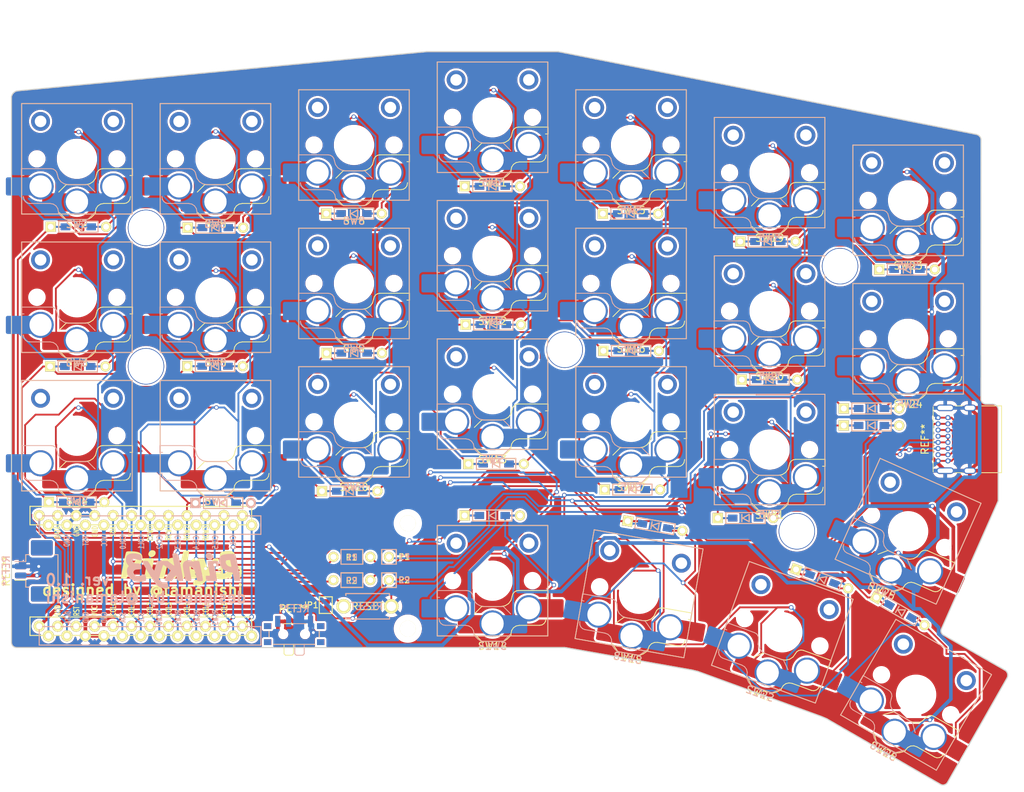
<source format=kicad_pcb>
(kicad_pcb (version 20240108) (generator "pcbnew") (generator_version "8.0")
  (title_block (title "Pinky3 PCB Design") (date "2018-12-23") (rev "0.3") (company "@tamanishi"))
  (layers (0 "F.Cu" signal) (31 "B.Cu" signal) (34 "B.Paste" user) (35 "F.Paste" user) (36 "B.SilkS" user "B.Silkscreen") (37 "F.SilkS" user "F.Silkscreen") (38 "B.Mask" user) (39 "F.Mask" user) (44 "Edge.Cuts" user))
  (net 0 "")
  (net 1 "Net-(D4-Pad2)")
  (net 2 "row3")
  (net 3 "Net-(D5-Pad2)")
  (net 4 "row0")
  (net 5 "row1")
  (net 6 "Net-(D6-Pad2)")
  (net 7 "row2")
  (net 8 "Net-(D7-Pad2)")
  (net 9 "Net-(D8-Pad2)")
  (net 10 "Net-(D9-Pad2)")
  (net 11 "Net-(D10-Pad2)")
  (net 12 "Net-(D11-Pad2)")
  (net 13 "Net-(D12-Pad2)")
  (net 14 "Net-(D13-Pad2)")
  (net 15 "Net-(D14-Pad2)")
  (net 16 "Net-(D15-Pad2)")
  (net 17 "Net-(D16-Pad2)")
  (net 18 "Net-(D17-Pad2)")
  (net 19 "Net-(D18-Pad2)")
  (net 20 "Net-(D19-Pad2)")
  (net 21 "Net-(D20-Pad2)")
  (net 22 "Net-(D21-Pad2)")
  (net 23 "Net-(D22-Pad2)")
  (net 24 "Net-(D23-Pad2)")
  (net 25 "Net-(D24-Pad2)")
  (net 26 "Net-(D25-Pad2)")
  (net 27 "Net-(J1-PadA)")
  (net 28 "Net-(J1-PadB)")
  (net 29 "GND")
  (net 30 "data")
  (net 31 "reset")
  (net 32 "col0")
  (net 33 "Net-(D1-Pad2)")
  (net 34 "Net-(D2-Pad2)")
  (net 35 "Net-(D3-Pad2)")
  (net 36 "col1")
  (net 37 "col2")
  (net 38 "col3")
  (net 39 "col4")
  (net 40 "col5")
  (net 41 "col6")
  (net 42 "Net-(U1-Pad13)")
  (net 43 "Net-(U1-Pad12)")
  (net 44 "sda")
  (net 45 "scl")
  (net 46 "Net-(U1-Pad1)")
  (net 47 "Net-(U1-Pad11)")
  (net 48 "battery+")
  (net 49 "vcc")
  (footprint "kbd:R" (layer "F.Cu") (at 87.813013 123.824956 180)
    (property "Reference" "R1")
    (property "Value" "R" (hide yes))
  )
  (footprint "kbd:R" (layer "F.Cu") (at 87.813013 127.024956 180)
    (property "Reference" "R2")
    (property "Value" "R" (hide yes))
  )
  (footprint "kbd:HOLE" (layer "F.Cu") (at 59.5 78.55)
    (property "Reference" "Ref**")
    (property "Value" "Val**")
  )
  (footprint "kbd:HOLE" (layer "F.Cu") (at 59.5 97.6)
    (property "Reference" "Ref**")
    (property "Value" "Val**")
  )
  (footprint "kbd:HOLE" (layer "F.Cu") (at 117.077615 95.32352)
    (property "Reference" "Ref**")
    (property "Value" "Val**")
  )
  (footprint "kbd:HOLE" (layer "F.Cu") (at 154.94 83.82)
    (property "Reference" "Ref**")
    (property "Value" "Val**")
  )
  (footprint "kbd:D3_TH_SMD" (layer "F.Cu") (at 50.200071 78.405307)
    (property "Reference" "D1" (hide yes))
    (property "Value" "D" (hide yes))
  )
  (footprint "kbd:D3_TH_SMD" (layer "F.Cu") (at 50.117758 97.623066)
    (property "Reference" "D2" (hide yes))
    (property "Value" "D" (hide yes))
  )
  (footprint "kbd:D3_TH_SMD" (layer "F.Cu") (at 49.959357 116.290587)
    (property "Reference" "D3" (hide yes))
    (property "Value" "D" (hide yes))
  )
  (footprint "kbd:D3_TH_SMD" (layer "F.Cu") (at 69.042293 78.520954)
    (property "Reference" "D4" (hide yes))
    (property "Value" "D" (hide yes))
  )
  (footprint "kbd:D3_TH_SMD" (layer "F.Cu") (at 68.991633 97.582678)
    (property "Reference" "D5" (hide yes))
    (property "Value" "D" (hide yes))
  )
  (footprint "kbd:D3_TH_SMD" (layer "F.Cu") (at 88.100532 76.586188)
    (property "Reference" "D7" (hide yes))
    (property "Value" "D" (hide yes))
  )
  (footprint "kbd:D3_TH_SMD" (layer "F.Cu") (at 88.138206 95.782531)
    (property "Reference" "D8" (hide yes))
    (property "Value" "D" (hide yes))
  )
  (footprint "kbd:D3_TH_SMD" (layer "F.Cu") (at 87.507186 114.78593)
    (property "Reference" "D9" (hide yes))
    (property "Value" "D" (hide yes))
  )
  (footprint "kbd:D3_TH_SMD" (layer "F.Cu") (at 107.135943 72.827307)
    (property "Reference" "D10" (hide yes))
    (property "Value" "D" (hide yes))
  )
  (footprint "kbd:D3_TH_SMD" (layer "F.Cu") (at 107.260949 91.86887)
    (property "Reference" "D11" (hide yes))
    (property "Value" "D" (hide yes))
  )
  (footprint "kbd:D3_TH_SMD" (layer "F.Cu") (at 107.643127 111.037794)
    (property "Reference" "D12" (hide yes))
    (property "Value" "D" (hide yes))
  )
  (footprint "kbd:D3_TH_SMD" (layer "F.Cu") (at 107.117381 118.129184)
    (property "Reference" "D13" (hide yes))
    (property "Value" "D" (hide yes))
  )
  (footprint "kbd:D3_TH_SMD" (layer "F.Cu") (at 126.133957 76.606883)
    (property "Reference" "D14" (hide yes))
    (property "Value" "D" (hide yes))
  )
  (footprint "kbd:D3_TH_SMD" (layer "F.Cu") (at 126.208584 95.473267)
    (property "Reference" "D15" (hide yes))
    (property "Value" "D" (hide yes))
  )
  (footprint "kbd:D3_TH_SMD" (layer "F.Cu") (at 126.384537 114.565608)
    (property "Reference" "D16" (hide yes))
    (property "Value" "D" (hide yes))
  )
  (footprint "kbd:D3_TH_SMD" (layer "F.Cu") (at 129.499666 119.566489 -10)
    (property "Reference" "D17" (hide yes))
    (property "Value" "D" (hide yes))
  )
  (footprint "kbd:D3_TH_SMD" (layer "F.Cu") (at 145.022415 80.432207)
    (property "Reference" "D18" (hide yes))
    (property "Value" "D" (hide yes))
  )
  (footprint "kbd:D3_TH_SMD" (layer "F.Cu") (at 145.247956 99.440777)
    (property "Reference" "D19" (hide yes))
    (property "Value" "D" (hide yes))
  )
  (footprint "kbd:D3_TH_SMD" (layer "F.Cu") (at 141.941447 118.484079)
    (property "Reference" "D20" (hide yes))
    (property "Value" "D" (hide yes))
  )
  (footprint "kbd:D3_TH_SMD" (layer "F.Cu") (at 164.15029 84.274501)
    (property "Reference" "D22" (hide yes))
    (property "Value" "D" (hide yes))
  )
  (footprint "kbd:D3_TH_SMD" (layer "F.Cu") (at 159.267977 103.403297)
    (property "Reference" "D23" (hide yes))
    (property "Value" "D" (hide yes))
  )
  (footprint "kbd:D3_TH_SMD" (layer "F.Cu") (at 159.266529 105.744597)
    (property "Reference" "D24" (hide yes))
    (property "Value" "D" (hide yes))
  )
  (footprint "kbd:D3_TH_SMD" (layer "F.Cu") (at 163.242517 131.31025 -30)
    (property "Reference" "D25" (hide yes))
    (property "Value" "D" (hide yes))
  )
  (footprint "kbd:1pin_conn" (layer "F.Cu") (at 92.913013 123.824956)
    (property "Reference" "P1")
    (property "Value" "i2c-pin" (hide yes))
  )
  (footprint "kbd:1pin_conn" (layer "F.Cu") (at 92.913013 127.024956)
    (property "Reference" "P2")
    (property "Value" "i2c-pin" (hide yes))
  )
  (footprint "kbd:ResetSW" (layer "F.Cu") (at 89.982387 130.629586 180)
    (property "Reference" "SW1" (hide yes))
    (property "Value" "RESET_SW")
  )
  (footprint "kbd:ProMicro_v2" (layer "F.Cu") (at 59.29 125.8 90)
    (property "Reference" "U1" (hide yes))
    (property "Value" "ProMicro" (hide yes))
  )
  (footprint "Switch_Keyboard_Hotswap_Kailh:SW_Hotswap_Kailh_Choc_V1V2_Plated_1.00u" (layer "F.Cu") (at 50 69.05 180)
    (property "Reference" "SW2")
    (property "Value" "SW_PUSH")
  )
  (footprint "Switch_Keyboard_Hotswap_Kailh:SW_Hotswap_Kailh_Choc_V1V2_Plated_1.00u" (layer "F.Cu") (at 50 88.1 180)
    (property "Reference" "SW3")
    (property "Value" "SW_PUSH")
  )
  (footprint "Switch_Keyboard_Hotswap_Kailh:SW_Hotswap_Kailh_Choc_V1V2_Plated_1.00u" (layer "F.Cu") (at 50 107.15 180)
    (property "Reference" "SW4")
    (property "Value" "SW_PUSH")
  )
  (footprint "Switch_Keyboard_Hotswap_Kailh:SW_Hotswap_Kailh_Choc_V1V2_Plated_1.00u" (layer "F.Cu") (at 69.05 69.05 180)
    (property "Reference" "SW5")
    (property "Value" "SW_PUSH")
  )
  (footprint "Switch_Keyboard_Hotswap_Kailh:SW_Hotswap_Kailh_Choc_V1V2_Plated_1.00u" (layer "F.Cu") (at 69.05 88.1 180)
    (property "Reference" "SW6")
    (property "Value" "SW_PUSH")
  )
  (footprint "Switch_Keyboard_Hotswap_Kailh:SW_Hotswap_Kailh_Choc_V1V2_Plated_1.00u" (layer "F.Cu") (at 69.05 107.15 180)
    (property "Reference" "SW7")
    (property "Value" "SW_PUSH")
  )
  (footprint "Switch_Keyboard_Hotswap_Kailh:SW_Hotswap_Kailh_Choc_V1V2_Plated_1.00u" (layer "F.Cu") (at 88.1 67.145 180)
    (property "Reference" "SW8")
    (property "Value" "SW_PUSH")
  )
  (footprint "Switch_Keyboard_Hotswap_Kailh:SW_Hotswap_Kailh_Choc_V1V2_Plated_1.00u" (layer "F.Cu") (at 88.1 86.195 180)
    (property "Reference" "SW9")
    (property "Value" "SW_PUSH")
  )
  (footprint "Switch_Keyboard_Hotswap_Kailh:SW_Hotswap_Kailh_Choc_V1V2_Plated_1.00u" (layer "F.Cu") (at 88.1 105.245 180)
    (property "Reference" "SW10")
    (property "Value" "SW_PUSH")
  )
  (footprint "Switch_Keyboard_Hotswap_Kailh:SW_Hotswap_Kailh_Choc_V1V2_Plated_1.00u" (layer "F.Cu") (at 107.15 63.335 180)
    (property "Reference" "SW11")
    (property "Value" "SW_PUSH")
  )
  (footprint "Switch_Keyboard_Hotswap_Kailh:SW_Hotswap_Kailh_Choc_V1V2_Plated_1.00u" (layer "F.Cu") (at 107.15 82.385 180)
    (property "Reference" "SW12")
    (property "Value" "SW_PUSH")
  )
  (footprint "Switch_Keyboard_Hotswap_Kailh:SW_Hotswap_Kailh_Choc_V1V2_Plated_1.00u" (layer "F.Cu") (at 107.15 101.435 180)
    (property "Reference" "SW13")
    (property "Value" "SW_PUSH")
  )
  (footprint "Switch_Keyboard_Hotswap_Kailh:SW_Hotswap_Kailh_Choc_V1V2_Plated_1.00u" (layer "F.Cu") (at 126.2 67.145 180)
    (property "Reference" "SW15")
    (property "Value" "SW_PUSH")
  )
  (footprint "Switch_Keyboard_Hotswap_Kailh:SW_Hotswap_Kailh_Choc_V1V2_Plated_1.00u" (layer "F.Cu") (at 126.2 86.195 180)
    (property "Reference" "SW16")
    (property "Value" "SW_PUSH")
  )
  (footprint "Switch_Keyboard_Hotswap_Kailh:SW_Hotswap_Kailh_Choc_V1V2_Plated_1.00u" (layer "F.Cu") (at 126.2 105.245 180)
    (property "Reference" "SW17")
    (property "Value" "SW_PUSH")
  )
  (footprint "Switch_Keyboard_Hotswap_Kailh:SW_Hotswap_Kailh_Choc_V1V2_Plated_1.00u" (layer "F.Cu") (at 145.25 70.955 180)
    (property "Reference" "SW19")
    (property "Value" "SW_PUSH")
  )
  (footprint "Switch_Keyboard_Hotswap_Kailh:SW_Hotswap_Kailh_Choc_V1V2_Plated_1.00u" (layer "F.Cu") (at 145.25 90.005 180)
    (property "Reference" "SW20")
    (property "Value" "SW_PUSH")
  )
  (footprint "Switch_Keyboard_Hotswap_Kailh:SW_Hotswap_Kailh_Choc_V1V2_Plated_1.00u" (layer "F.Cu") (at 145.25 109.055 180)
    (property "Reference" "SW21")
    (property "Value" "SW_PUSH")
  )
  (footprint "Switch_Keyboard_Hotswap_Kailh:SW_Hotswap_Kailh_Choc_V1V2_Plated_1.00u" (layer "F.Cu") (at 164.3 74.765 180)
    (property "Reference" "SW23")
    (property "Value" "SW_PUSH")
  )
  (footprint "Switch_Keyboard_Hotswap_Kailh:SW_Hotswap_Kailh_Choc_V1V2_Plated_1.00u" (layer "F.Cu") (at 164.3 93.815 180)
    (property "Reference" "SW24")
    (property "Value" "SW_PUSH")
  )
  (footprint "Switch_Keyboard_Hotswap_Kailh:SW_Hotswap_Kailh_Choc_V1V2_Plated_1.00u" (layer "F.Cu") (at 164.3 120.3 156)
    (property "Reference" "SW25")
    (property "Value" "SW_PUSH")
  )
  (footprint "kbd:JP" (layer "F.Cu") (at 84.219392 130.463292 90)
    (property "Reference" "JP1")
    (property "Value" "JPC2" (hide yes))
  )
  (footprint "kbd:D3_TH_SMD" (layer "F.Cu") (at 152.470898 126.857491 -20)
    (property "Reference" "D21" (hide yes))
    (property "Value" "D" (hide yes))
  )
  (footprint "kbd:HOLE_M2" (layer "F.Cu") (at 95.5 119.2)
    (property "Reference" "HOLE_M2" (hide yes))
    (property "Value" "VAL**" (hide yes))
  )
  (footprint "kbd:HOLE_M2" (layer "F.Cu") (at 95.5 133.7)
    (property "Reference" "HOLE_M2" (hide yes))
    (property "Value" "VAL**" (hide yes))
  )
  (footprint "kbd:HOLE" (layer "F.Cu") (at 149 120.3)
    (property "Reference" "Ref**")
    (property "Value" "Val**")
  )
  (footprint "Switch_Keyboard_Hotswap_Kailh:SW_Hotswap_Kailh_Choc_V1V2_Plated_1.00u" (layer "F.Cu") (at 127.3 128.9 170)
    (property "Reference" "SW18")
    (property "Value" "SW_PUSH")
  )
  (footprint "Switch_Keyboard_Hotswap_Kailh:SW_Hotswap_Kailh_Choc_V1V2_Plated_1.00u" (layer "F.Cu") (at 107.15 127.1 180)
    (property "Reference" "SW14")
    (property "Value" "SW_PUSH")
  )
  (footprint "Switch_Keyboard_Hotswap_Kailh:SW_Hotswap_Kailh_Choc_V1V2_Plated_1.00u" (layer "F.Cu") (at 147 134.2 160)
    (property "Reference" "SW22")
    (property "Value" "SW_PUSH")
  )
  (footprint "Switch_Keyboard_Hotswap_Kailh:SW_Hotswap_Kailh_Choc_V1V2_Plated_1.00u" (layer "F.Cu") (at 165.4 142.8 150)
    (property "Reference" "SW26")
    (property "Value" "SW_PUSH")
  )
  (footprint "lib:pinky3" (layer "F.Cu") (at 63.937473 125.343492)
    (property "Reference" "G***" (hide yes))
    (property "Value" "LOGO" (hide yes))
  )
  (footprint "Connector_Molex:Molex_PicoBlade_53261-0271_1x02-1MP_P1.25mm_Horizontal" (layer "F.Cu") (at 44.675506 125.759741 90)
    (property "Reference" "REF**")
    (property "Value" "Molex_PicoBlade_53261-0271_1x02-1MP_P1.25mm_Horizontal")
  )
  (footprint "" (layer "F.Cu") (at 69.05 69.05)
    (property "Reference" "")
    (property "Value" "")
  )
  (footprint "Connector_USB:USB_C_Receptacle_GCT_USB4085" (layer "F.Cu") (at 168.423975 110.618892 90)
    (property "Reference" "REF**")
    (property "Value" "USB_C_Receptacle_GCT_USB4085")
  )
  (footprint "Button_Switch_SMD:SW_SPDT_PCM12" (layer "F.Cu") (at 79.882931 134.134993)
    (property "Reference" "REF**")
    (property "Value" "SW_SPDT_PCM12")
  )
  (footprint "kbd:D3_TH_SMD" (layer "B.Cu") (at 70.1115 116.417712)
    (property "Reference" "D6" (hide yes))
    (property "Value" "D" (hide yes))
  )
  (footprint "lib:pinky3" (layer "B.Cu") (at 64.6 125.7 180)
    (property "Reference" "G***" (hide yes))
    (property "Value" "LOGO" (hide yes))
  )
  (footprint "Switch_Keyboard_Hotswap_Kailh:SW_Hotswap_Kailh_Choc_V1V2_Plated_1.00u" (layer "B.Cu") (at 69.05 88.1)
    (property "Reference" "SW5")
    (property "Value" "SW_PUSH")
  )
  (footprint "Switch_Keyboard_Hotswap_Kailh:SW_Hotswap_Kailh_Choc_V1V2_Plated_1.00u" (layer "B.Cu") (at 126.2 105.245)
    (property "Reference" "SW5")
    (property "Value" "SW_PUSH")
  )
  (footprint "Switch_Keyboard_Hotswap_Kailh:SW_Hotswap_Kailh_Choc_V1V2_Plated_1.00u" (layer "B.Cu") (at 145.25 109.055)
    (property "Reference" "SW5")
    (property "Value" "SW_PUSH")
  )
  (footprint "Switch_Keyboard_Hotswap_Kailh:SW_Hotswap_Kailh_Choc_V1V2_Plated_1.00u" (layer "B.Cu") (at 69.05 107.15)
    (property "Reference" "SW5")
    (property "Value" "SW_PUSH")
  )
  (footprint "Switch_Keyboard_Hotswap_Kailh:SW_Hotswap_Kailh_Choc_V1V2_Plated_1.00u" (layer "B.Cu") (at 50 69.05)
    (property "Reference" "SW2")
    (property "Value" "SW_PUSH")
  )
  (footprint "Switch_Keyboard_Hotswap_Kailh:SW_Hotswap_Kailh_Choc_V1V2_Plated_1.00u" (layer "B.Cu") (at 164.3 120.3 -24)
    (property "Reference" "SW25")
    (property "Value" "SW_PUSH")
  )
  (footprint "Switch_Keyboard_Hotswap_Kailh:SW_Hotswap_Kailh_Choc_V1V2_Plated_1.00u" (layer "B.Cu") (at 127.3 128.9 -10)
    (property "Reference" "SW18")
    (property "Value" "SW_PUSH")
  )
  (footprint "Switch_Keyboard_Hotswap_Kailh:SW_Hotswap_Kailh_Choc_V1V2_Plated_1.00u" (layer "B.Cu") (at 165.4 142.8 -30)
    (property "Reference" "SW26")
    (property "Value" "SW_PUSH")
  )
  (footprint "Switch_Keyboard_Hotswap_Kailh:SW_Hotswap_Kailh_Choc_V1V2_Plated_1.00u" (layer "B.Cu") (at 88.1 67.145)
    (property "Reference" "SW5")
    (property "Value" "SW_PUSH")
  )
  (footprint "Switch_Keyboard_Hotswap_Kailh:SW_Hotswap_Kailh_Choc_V1V2_Plated_1.00u" (layer "B.Cu") (at 126.2 86.195)
    (property "Reference" "SW5")
    (property "Value" "SW_PUSH")
  )
  (footprint "Switch_Keyboard_Hotswap_Kailh:SW_Hotswap_Kailh_Choc_V1V2_Plated_1.00u" (layer "B.Cu") (at 164.3 74.765)
    (property "Reference" "SW5")
    (property "Value" "SW_PUSH")
  )
  (footprint "Switch_Keyboard_Hotswap_Kailh:SW_Hotswap_Kailh_Choc_V1V2_Plated_1.00u" (layer "B.Cu") (at 126.2 67.145)
    (property "Reference" "SW5")
    (property "Value" "SW_PUSH")
  )
  (footprint "Switch_Keyboard_Hotswap_Kailh:SW_Hotswap_Kailh_Choc_V1V2_Plated_1.00u" (layer "B.Cu") (at 88.1 105.245)
    (property "Reference" "SW5")
    (property "Value" "SW_PUSH")
  )
  (footprint "Switch_Keyboard_Hotswap_Kailh:SW_Hotswap_Kailh_Choc_V1V2_Plated_1.00u" (layer "B.Cu") (at 69.05 69.05)
    (property "Reference" "SW5")
    (property "Value" "SW_PUSH")
  )
  (footprint "Switch_Keyboard_Hotswap_Kailh:SW_Hotswap_Kailh_Choc_V1V2_Plated_1.00u" (layer "B.Cu") (at 107.15 82.385)
    (property "Reference" "SW5")
    (property "Value" "SW_PUSH")
  )
  (footprint "Switch_Keyboard_Hotswap_Kailh:SW_Hotswap_Kailh_Choc_V1V2_Plated_1.00u" (layer "B.Cu") (at 145.25 70.955)
    (property "Reference" "SW5")
    (property "Value" "SW_PUSH")
  )
  (footprint "Switch_Keyboard_Hotswap_Kailh:SW_Hotswap_Kailh_Choc_V1V2_Plated_1.00u" (layer "B.Cu") (at 147 134.2 -20)
    (property "Reference" "SW22")
    (property "Value" "SW_PUSH")
  )
  (footprint "Switch_Keyboard_Hotswap_Kailh:SW_Hotswap_Kailh_Choc_V1V2_Plated_1.00u" (layer "B.Cu") (at 107.15 127.1)
    (property "Reference" "SW14")
    (property "Value" "SW_PUSH")
  )
  (footprint "Switch_Keyboard_Hotswap_Kailh:SW_Hotswap_Kailh_Choc_V1V2_Plated_1.00u" (layer "B.Cu") (at 107.15 101.435)
    (property "Reference" "SW5")
    (property "Value" "SW_PUSH")
  )
  (footprint "Switch_Keyboard_Hotswap_Kailh:SW_Hotswap_Kailh_Choc_V1V2_Plated_1.00u" (layer "B.Cu") (at 50 107.15)
    (property "Reference" "SW5")
    (property "Value" "SW_PUSH")
  )
  (footprint "Connector_Molex:Molex_PicoBlade_53261-0271_1x02-1MP_P1.25mm_Horizontal" (layer "B.Cu") (at 44.668059 125.752214 -90)
    (property "Reference" "REF**")
    (property "Value" "Molex_PicoBlade_53261-0271_1x02-1MP_P1.25mm_Horizontal")
  )
  (footprint "Button_Switch_SMD:SW_SPDT_PCM12" (layer "B.Cu") (at 79.858323 134.135322 180)
    (property "Reference" "REF**")
    (property "Value" "SW_SPDT_PCM12")
  )
  (footprint "Switch_Keyboard_Hotswap_Kailh:SW_Hotswap_Kailh_Choc_V1V2_Plated_1.00u" (layer "B.Cu") (at 145.25 90.005)
    (property "Reference" "SW5")
    (property "Value" "SW_PUSH")
  )
  (footprint "Switch_Keyboard_Hotswap_Kailh:SW_Hotswap_Kailh_Choc_V1V2_Plated_1.00u" (layer "B.Cu") (at 164.3 93.815)
    (property "Reference" "SW5")
    (property "Value" "SW_PUSH")
  )
  (footprint "Switch_Keyboard_Hotswap_Kailh:SW_Hotswap_Kailh_Choc_V1V2_Plated_1.00u" (layer "B.Cu") (at 107.15 63.335)
    (property "Reference" "SW5")
    (property "Value" "SW_PUSH")
  )
  (footprint "Switch_Keyboard_Hotswap_Kailh:SW_Hotswap_Kailh_Choc_V1V2_Plated_1.00u" (layer "B.Cu") (at 88.1 86.195)
    (property "Reference" "SW5")
    (property "Value" "SW_PUSH")
  )
  (footprint "Switch_Keyboard_Hotswap_Kailh:SW_Hotswap_Kailh_Choc_V1V2_Plated_1.00u" (layer "B.Cu") (at 50 88.1)
    (property "Reference" "SW5")
    (property "Value" "SW_PUSH")
  )
  (gr_arc (start 175.9 102.8) (mid 176.465685 103.034315) (end 176.7 103.6) (stroke (width 0.15)) (layer "Edge.Cuts"))
  (gr_arc (start 175.013952 102.795513) (mid 174.518977 102.590488) (end 174.313952 102.095513) (stroke (width 0.15)) (layer "Edge.Cuts"))
  (gr_line (start 176.7 103.6) (end 176.7 116.1) (stroke (width 0.15)) (layer "Edge.Cuts"))
  (gr_line (start 41 135.6) (end 41 60.5) (stroke (width 0.15)) (layer "Edge.Cuts"))
  (gr_line (start 134.6 139.4) (end 135.4 139.6) (stroke (width 0.15)) (layer "Edge.Cuts"))
  (gr_line (start 174.332005 66.387365) (end 174.313952 102.095513) (stroke (width 0.15)) (layer "Edge.Cuts"))
  (gr_line (start 135.4 139.6) (end 152.4 145.8) (stroke (width 0.15)) (layer "Edge.Cuts"))
  (gr_line (start 116.1 136.3) (end 117.1 136.3) (stroke (width 0.15)) (layer "Edge.Cuts"))
  (gr_line (start 116.2 54.3) (end 173.640321 65.677205) (stroke (width 0.15)) (layer "Edge.Cuts"))
  (gr_line (start 168.9 133.7) (end 176.7 116.1) (stroke (width 0.15)) (layer "Edge.Cuts"))
  (gr_line (start 175.013952 102.795513) (end 175.9 102.8) (stroke (width 0.15)) (layer "Edge.Cuts"))
  (gr_line (start 177.9 140.5) (end 169.7 154.9) (stroke (width 0.15)) (layer "Edge.Cuts"))
  (gr_arc (start 169.2 134.6) (mid 168.863604 134.212132) (end 168.9 133.7) (stroke (width 0.15)) (layer "Edge.Cuts"))
  (gr_line (start 153.1 146.1) (end 168.7 155.1) (stroke (width 0.15)) (layer "Edge.Cuts"))
  (gr_line (start 169.2 134.6) (end 177.6 139.4) (stroke (width 0.15)) (layer "Edge.Cuts"))
  (gr_arc (start 41.7 136.3) (mid 41.205025 136.094975) (end 41 135.6) (stroke (width 0.15)) (layer "Edge.Cuts"))
  (gr_line (start 98.1 54.3) (end 116.2 54.3) (stroke (width 0.15)) (layer "Edge.Cuts"))
  (gr_line (start 116.1 136.3) (end 41.7 136.3) (stroke (width 0.15)) (layer "Edge.Cuts"))
  (gr_arc (start 169.7 154.9) (mid 169.241421 155.207107) (end 168.7 155.1) (stroke (width 0.15)) (layer "Edge.Cuts"))
  (gr_line (start 41.8 59.7) (end 98.1 54.3) (stroke (width 0.15)) (layer "Edge.Cuts"))
  (gr_line (start 152.4 145.8) (end 153.1 146.1) (stroke (width 0.15)) (layer "Edge.Cuts"))
  (gr_line (start 117.1 136.3) (end 134.6 139.4) (stroke (width 0.15)) (layer "Edge.Cuts"))
  (gr_arc (start 173.632704 65.687453) (mid 174.102342 65.917526) (end 174.332005 66.387365) (stroke (width 0.15)) (layer "Edge.Cuts"))
  (gr_arc (start 177.6 139.4) (mid 177.977817 139.887868) (end 177.9 140.5) (stroke (width 0.15)) (layer "Edge.Cuts"))
  (gr_arc (start 40.994153 60.531857) (mid 41.267529 59.990432) (end 41.8 59.7) (stroke (width 0.15)) (layer "Edge.Cuts"))
  (gr_text "batt" (at 42.708661 130.437367 90) (layer "F.Cu") (effects (font (size 1 1) (thickness 0.25) (bold yes)) (justify left bottom)))
  (gr_text "batt" (at 42.866565 120.884181 90) (layer "B.Cu") (effects (font (size 1 1) (thickness 0.25) (bold yes)) (justify left bottom mirror)))
  (gr_text "ver. 1.0\ndesigned by @tamanishi" (at 45.5 128.2 0) (layer "B.SilkS") (effects (font (size 1.5 1.5) (thickness 0.3)) (justify right mirror)))
  (gr_text "ver. 1.0\ndesigned by @tamanishi" (at 73 127.2 0) (layer "F.SilkS") (effects (font (size 1.5 1.5) (thickness 0.3)) (justify right)))
  (segment (start 72.852293 77.057707) (end 72.852293 78.520954) (width 0.25) (layer "F.Cu") (net 1))
  (segment (start 77.06 72.85) (end 72.852293 77.057707) (width 0.25) (layer "F.Cu") (net 1))
  (segment (start 70.817293 78.520954) (end 72.852293 78.520954) (width 0.25) (layer "F.Cu") (net 1))
  (segment (start 72.852293 78.520954) (end 70.817293 78.520954) (width 0.25) (layer "B.Cu") (net 1))
  (segment (start 64.827332 77.127332) (end 69.423671 77.127332) (width 0.25) (layer "B.Cu") (net 1))
  (segment (start 69.423671 77.127332) (end 70.817293 78.520954) (width 0.25) (layer "B.Cu") (net 1))
  (segment (start 60.55 72.85) (end 64.827332 77.127332) (width 0.25) (layer "B.Cu") (net 1))
  (segment (start 117.723549 114.093117) (end 122.535321 118.904889) (width 0.25) (layer "F.Cu") (net 2))
  (segment (start 67.696675 125.430814) (end 67.921675 125.655814) (width 0.25) (layer "F.Cu") (net 2))
  (segment (start 125.747546 118.904889) (end 133.978449 118.904889) (width 0.25) (layer "F.Cu") (net 2))
  (segment (start 148.890669 125.554394) (end 154.892381 125.554394) (width 0.25) (layer "F.Cu") (net 2))
  (segment (start 147.307499 125.554394) (end 148.890669 125.554394) (width 0.25) (layer "F.Cu") (net 2))
  (segment (start 103.307381 118.129184) (end 107.343448 114.093117) (width 0.25) (layer "F.Cu") (net 2))
  (segment (start 136.726772 121.555) (end 143.308105 121.555) (width 0.25) (layer "F.Cu") (net 2))
  (segment (start 154.892381 125.554394) (end 158.743236 129.405249) (width 0.25) (layer "F.Cu") (net 2))
  (segment (start 107.343448 114.093117) (end 117.723549 114.093117) (width 0.25) (layer "F.Cu") (net 2))
  (segment (start 158.743236 129.405249) (end 159.942961 129.405249) (width 0.25) (layer "F.Cu") (net 2))
  (segment (start 143.308105 121.555) (end 147.307499 125.554394) (width 0.25) (layer "F.Cu") (net 2))
  (segment (start 95.233766 122.074862) (end 95.726036 121.582592) (width 0.25) (layer "F.Cu") (net 2))
  (segment (start 122.535321 118.904889) (end 125.747546 118.904889) (width 0.25) (layer "F.Cu") (net 2))
  (segment (start 160.960462 130.42275) (end 159.942961 129.405249) (width 0.25) (layer "F.Cu") (net 2))
  (segment (start 67.921675 125.655814) (end 81.994707 125.655814) (width 0.25) (layer "F.Cu") (net 2))
  (segment (start 150.802944 126.250405) (end 149.58668 126.250405) (width 0.25) (layer "F.Cu") (net 2))
  (segment (start 105.342381 118.129184) (end 103.307381 118.129184) (width 0.25) (layer "F.Cu") (net 2))
  (segment (start 133.978449 118.904889) (end 136.62856 121.555) (width 0.25) (layer "F.Cu") (net 2))
  (segment (start 161.705322 130.42275) (end 160.960462 130.42275) (width 0.25) (layer "F.Cu") (net 2))
  (segment (start 81.994707 125.655814) (end 85.575659 122.074862) (width 0.25) (layer "F.Cu") (net 2))
  (segment (start 149.58668 126.250405) (end 148.890669 125.554394) (width 0.25) (layer "F.Cu") (net 2))
  (segment (start 125.747546 118.904889) (end 127.398258 118.904889) (width 0.25) (layer "F.Cu") (net 2))
  (segment (start 103.307381 118.129184) (end 99.869051 121.567514) (width 0.25) (layer "F.Cu") (net 2))
  (segment (start 127.398258 118.904889) (end 127.751632 119.258263) (width 0.25) (layer "F.Cu") (net 2))
  (segment (start 85.575659 122.074862) (end 95.233766 122.074862) (width 0.25) (layer "F.Cu") (net 2))
  (via (at 95.726036 121.582592) (size 0.6) (drill 0.4) (layers "F.Cu" "B.Cu") (net 2))
  (via (at 99.869051 121.567512) (size 0.6) (drill 0.4) (layers "F.Cu" "B.Cu") (net 2))
  (via (at 67.696675 125.430814) (size 0.6) (drill 0.4) (layers "F.Cu" "B.Cu") (net 2))
  (segment (start 67.672 131.754838) (end 68.942 133.024838) (width 0.25) (layer "B.Cu") (net 2))
  (segment (start 99.707599 121.728964) (end 95.872408 121.728964) (width 0.25) (layer "B.Cu") (net 2))
  (segment (start 67.672 121.584325) (end 67.672 131.754838) (width 0.25) (layer "B.Cu") (net 2))
  (segment (start 159.942961 129.405249) (end 160.687821 129.405249) (width 0.25) (layer "B.Cu") (net 2))
  (segment (start 127.751632 119.258263) (end 126.10092 119.258263) (width 0.25) (layer "B.Cu") (net 2))
  (segment (start 67.672 118.1436) (end 67.672 121.556693) (width 0.25) (layer "B.Cu") (net 2))
  (segment (start 95.872408 121.728964) (end 95.726036 121.582592) (width 0.25) (layer "B.Cu") (net 2))
  (segment (start 160.687821 129.405249) (end 161.705322 130.42275) (width 0.25) (layer "B.Cu") (net 2))
  (segment (start 148.890669 125.554394) (end 150.106933 125.554394) (width 0.25) (layer "B.Cu") (net 2))
  (segment (start 67.672 121.556693) (end 67.658184 121.570509) (width 0.25) (layer "B.Cu") (net 2))
  (segment (start 67.658184 121.570509) (end 67.672 121.584325) (width 0.25) (layer "B.Cu") (net 2))
  (segment (start 99.869051 121.567512) (end 99.707599 121.728964) (width 0.25) (layer "B.Cu") (net 2))
  (segment (start 105.342381 118.129184) (end 103.307381 118.129184) (width 0.25) (layer "B.Cu") (net 2))
  (segment (start 68.942 133.024838) (end 68.942 134.69) (width 0.25) (layer "B.Cu") (net 2))
  (segment (start 126.10092 119.258263) (end 125.747546 118.904889) (width 0.25) (layer "B.Cu") (net 2))
  (segment (start 150.106933 125.554394) (end 150.802944 126.250405) (width 0.25) (layer "B.Cu") (net 2))
  (segment (start 72.801633 97.582678) (end 76.9 93.484311) (width 0.25) (layer "F.Cu") (net 3))
  (segment (start 76.9 93.484311) (end 76.9 91.9) (width 0.25) (layer "F.Cu") (net 3))
  (segment (start 72.801633 97.582678) (end 70.766633 97.582678) (width 0.25) (layer "F.Cu") (net 3))
  (segment (start 61.2 93.15) (end 64.609178 96.559178) (width 0.25) (layer "B.Cu") (net 3))
  (segment (start 70.766633 97.582678) (end 72.801633 97.582678) (width 0.25) (layer "B.Cu") (net 3))
  (segment (start 64.609178 96.559178) (end 69.743133 96.559178) (width 0.25) (layer "B.Cu") (net 3))
  (segment (start 69.743133 96.559178) (end 70.766633 97.582678) (width 0.25) (layer "B.Cu") (net 3))
  (segment (start 61.2 91.9) (end 61.2 93.15) (width 0.25) (layer "B.Cu") (net 3))
  (segment (start 141.212415 80.432207) (end 142.743123 81.962915) (width 0.25) (layer "F.Cu") (net 4))
  (segment (start 122.323957 76.606883) (end 123.272457 76.606883) (width 0.25) (layer "F.Cu") (net 4))
  (segment (start 134.889565 78.039849) (end 137.281923 80.432207) (width 0.25) (layer "F.Cu") (net 4))
  (segment (start 65.232293 78.520954) (end 66.255793 79.544454) (width 0.25) (layer "F.Cu") (net 4))
  (segment (start 49.325071 78.405307) (end 50.348572 79.428808) (width 0.25) (layer "F.Cu") (net 4))
  (segment (start 48.425071 78.405307) (end 49.325071 78.405307) (width 0.25) (layer "F.Cu") (net 4))
  (segment (start 103.325943 72.827307) (end 105.668636 75.17) (width 0.25) (layer "F.Cu") (net 4))
  (segment (start 137.281923 80.432207) (end 141.212415 80.432207) (width 0.25) (layer "F.Cu") (net 4))
  (segment (start 122.323957 76.606883) (end 124.358957 76.606883) (width 0.25) (layer "F.Cu") (net 4))
  (segment (start 63.520954 78.520954) (end 60.724999 75.724999) (width 0.25) (layer "F.Cu") (net 4))
  (segment (start 42.328353 117.233604) (end 42.328353 117.87) (width 0.25) (layer "F.Cu") (net 4))
  (segment (start 45.668093 121.209741) (end 60.036466 121.209741) (width 0.25) (layer "F.Cu") (net 4))
  (segment (start 79.502639 76.586188) (end 84.290532 76.586188) (width 0.25) (layer "F.Cu") (net 4))
  (segment (start 98.507507 72.827307) (end 103.325943 72.827307) (width 0.25) (layer "F.Cu") (net 4))
  (segment (start 123.272457 76.606883) (end 124.705423 78.039849) (width 0.25) (layer "F.Cu") (net 4))
  (segment (start 160.34029 84.274501) (end 162.37529 84.274501) (width 0.25) (layer "F.Cu") (net 4))
  (segment (start 60.036466 121.209741) (end 60.094594 121.267869) (width 0.25) (layer "F.Cu") (net 4))
  (segment (start 151.661948 80.995) (end 157.060789 80.995) (width 0.25) (layer "F.Cu") (net 4))
  (segment (start 41.871375 82.924003) (end 41.871375 116.776626) (width 0.25) (layer "F.Cu") (net 4))
  (segment (start 45.395078 120.936726) (end 45.668094 121.209741) (width 0.25) (layer "F.Cu") (net 4))
  (segment (start 84.290532 76.586188) (end 86.325532 76.586188) (width 0.25) (layer "F.Cu") (net 4))
  (segment (start 120.887074 75.17) (end 122.323957 76.606883) (width 0.25) (layer "F.Cu") (net 4))
  (segment (start 86.564344 78.86) (end 92.474814 78.86) (width 0.25) (layer "F.Cu") (net 4))
  (segment (start 50.348572 79.428808) (end 54.434018 79.428808) (width 0.25) (layer "F.Cu") (net 4))
  (segment (start 46.390071 78.405307) (end 48.425071 78.405307) (width 0.25) (layer "F.Cu") (net 4))
  (segment (start 103.325943 72.827307) (end 105.360943 72.827307) (width 0.25) (layer "F.Cu") (net 4))
  (segment (start 45.395078 120.936726) (end 45.668093 121.209741) (width 0.25) (layer "F.Cu") (net 4))
  (segment (start 41.871375 116.776626) (end 42.328353 117.233604) (width 0.25) (layer "F.Cu") (net 4))
  (segment (start 84.290532 76.586188) (end 86.564344 78.86) (width 0.25) (layer "F.Cu") (net 4))
  (segment (start 157.060789 80.995) (end 160.34029 84.274501) (width 0.25) (layer "F.Cu") (net 4))
  (segment (start 105.668636 75.17) (end 120.887074 75.17) (width 0.25) (layer "F.Cu") (net 4))
  (segment (start 141.212415 80.432207) (end 143.247415 80.432207) (width 0.25) (layer "F.Cu") (net 4))
  (segment (start 46.390071 78.405307) (end 41.871375 82.924003) (width 0.25) (layer "F.Cu") (net 4))
  (segment (start 42.328353 117.87) (end 45.395078 120.936726) (width 0.25) (layer "F.Cu") (net 4))
  (segment (start 66.255793 79.544454) (end 76.544373 79.544454) (width 0.25) (layer "F.Cu") (net 4))
  (segment (start 150.694033 81.962915) (end 151.661948 80.995) (width 0.25) (layer "F.Cu") (net 4))
  (segment (start 58.137827 75.724999) (end 60.724999 75.724999) (width 0.25) (layer "F.Cu") (net 4))
  (segment (start 142.743123 81.962915) (end 150.694033 81.962915) (width 0.25) (layer "F.Cu") (net 4))
  (segment (start 65.232293 78.520954) (end 63.520954 78.520954) (width 0.25) (layer "F.Cu") (net 4))
  (segment (start 76.544373 79.544454) (end 79.502639 76.586188) (width 0.25) (layer "F.Cu") (net 4))
  (segment (start 124.705423 78.039849) (end 134.889565 78.039849) (width 0.25) (layer "F.Cu") (net 4))
  (segment (start 92.474814 78.86) (end 98.507507 72.827307) (width 0.25) (layer "F.Cu") (net 4))
  (segment (start 65.232293 78.520954) (end 67.267293 78.520954) (width 0.25) (layer "F.Cu") (net 4))
  (segment (start 54.434018 79.428808) (end 58.137827 75.724999) (width 0.25) (layer "F.Cu") (net 4))
  (via (at 60.094594 121.267869) (size 0.6) (drill 0.4) (layers "F.Cu" "B.Cu") (net 4))
  (segment (start 60.052 118.1436) (end 60.052 121.009852) (width 0.25) (layer "B.Cu") (net 4))
  (segment (start 60.085186 122.229564) (end 60.052 122.26275) (width 0.25) (layer "B.Cu") (net 4))
  (segment (start 60.052 121.027394) (end 60.052 122.196378) (width 0.25) (layer "B.Cu") (net 4))
  (segment (start 124.358957 76.606883) (end 122.323957 76.606883) (width 0.25) (layer "B.Cu") (net 4))
  (segment (start 61.322 133.024838) (end 61.322 134.69) (width 0.25) (layer "B.Cu") (net 4))
  (segment (start 46.390071 78.405307) (end 48.425071 78.405307) (width 0.25) (layer "B.Cu") (net 4))
  (segment (start 60.060771 121.018623) (end 60.052 121.027394) (width 0.25) (layer "B.Cu") (net 4))
  (segment (start 162.37529 84.274501) (end 160.34029 84.274501) (width 0.25) (layer "B.Cu") (net 4))
  (segment (start 60.052 121.009852) (end 60.060771 121.018623) (width 0.25) (layer "B.Cu") (net 4))
  (segment (start 67.267293 78.520954) (end 65.232293 78.520954) (width 0.25) (layer "B.Cu") (net 4))
  (segment (start 60.052 122.196378) (end 60.085186 122.229564) (width 0.25) (layer "B.Cu") (net 4))
  (segment (start 60.052 122.26275) (end 60.052 131.754838) (width 0.25) (layer "B.Cu") (net 4))
  (segment (start 143.247415 80.432207) (end 141.212415 80.432207) (width 0.25) (layer "B.Cu") (net 4))
  (segment (start 60.052 131.754838) (end 61.322 133.024838) (width 0.25) (layer "B.Cu") (net 4))
  (segment (start 86.325532 76.586188) (end 84.290532 76.586188) (width 0.25) (layer "B.Cu") (net 4))
  (segment (start 105.360943 72.827307) (end 103.325943 72.827307) (width 0.25) (layer "B.Cu") (net 4))
  (segment (start 45.631749 120.537) (end 62.531747 120.537) (width 0.25) (layer "F.Cu") (net 5))
  (segment (start 84.328206 95.782531) (end 86.363206 95.782531) (width 0.25) (layer "F.Cu") (net 5))
  (segment (start 96.696731 97.610387) (end 102.438248 91.86887) (width 0.25) (layer "F.Cu") (net 5))
  (segment (start 55.77667 98.646566) (end 47.331258 98.646566) (width 0.25) (layer "F.Cu") (net 5))
  (segment (start 141.437956 99.440777) (end 143.472956 99.440777) (width 0.25) (layer "F.Cu") (net 5))
  (segment (start 105.485949 91.86887) (end 106.509449 92.89237) (width 0.25) (layer "F.Cu") (net 5))
  (segment (start 141.437956 99.440777) (end 138.493946 96.496767) (width 0.25) (layer "F.Cu") (net 5))
  (segment (start 45.359258 97.623066) (end 42.425 100.557324) (width 0.25) (layer "F.Cu") (net 5))
  (segment (start 42.425 116.693855) (end 43.725 117.993855) (width 0.25) (layer "F.Cu") (net 5))
  (segment (start 143.422393 101.425214) (end 141.437956 99.440777) (width 0.25) (layer "F.Cu") (net 5))
  (segment (start 113.268166 92.89237) (end 114.877382 91.283154) (width 0.25) (layer "F.Cu") (net 5))
  (segment (start 86.156062 97.610387) (end 96.696731 97.610387) (width 0.25) (layer "F.Cu") (net 5))
  (segment (start 155.457977 103.403297) (end 157.492977 103.403297) (width 0.25) (layer "F.Cu") (net 5))
  (segment (start 62.339311 100.425) (end 57.555104 100.425) (width 0.25) (layer "F.Cu") (net 5))
  (segment (start 67.408554 99.809599) (end 80.301138 99.809599) (width 0.25) (layer "F.Cu") (net 5))
  (segment (start 42.425 100.557324) (end 42.425 116.693855) (width 0.25) (layer "F.Cu") (net 5))
  (segment (start 153.479894 101.425214) (end 143.422393 101.425214) (width 0.25) (layer "F.Cu") (net 5))
  (segment (start 65.181633 97.582678) (end 67.408554 99.809599) (width 0.25) (layer "F.Cu") (net 5))
  (segment (start 118.208471 91.283154) (end 114.877382 91.283154) (width 0.25) (layer "F.Cu") (net 5))
  (segment (start 84.328206 95.782531) (end 86.156062 97.610387) (width 0.25) (layer "F.Cu") (net 5))
  (segment (start 43.725 118.630251) (end 45.631749 120.537) (width 0.25) (layer "F.Cu") (net 5))
  (segment (start 57.555104 100.425) (end 55.77667 98.646566) (width 0.25) (layer "F.Cu") (net 5))
  (segment (start 46.307758 97.623066) (end 45.359258 97.623066) (width 0.25) (layer "F.Cu") (net 5))
  (segment (start 122.398584 95.473267) (end 118.208471 91.283154) (width 0.25) (layer "F.Cu") (net 5))
  (segment (start 155.457977 103.403297) (end 153.479894 101.425214) (width 0.25) (layer "F.Cu") (net 5))
  (segment (start 46.307758 97.623066) (end 48.342758 97.623066) (width 0.25) (layer "F.Cu") (net 5))
  (segment (start 47.331258 98.646566) (end 46.307758 97.623066) (width 0.25) (layer "F.Cu") (net 5))
  (segment (start 106.509449 92.89237) (end 113.268166 92.89237) (width 0.25) (layer "F.Cu") (net 5))
  (segment (start 123.422084 96.496767) (end 122.398584 95.473267) (width 0.25) (layer "F.Cu") (net 5))
  (segment (start 67.216633 97.582678) (end 65.181633 97.582678) (width 0.25) (layer "F.Cu") (net 5))
  (segment (start 43.725 117.993855) (end 43.725 118.630251) (width 0.25) (layer "F.Cu") (net 5))
  (segment (start 80.301138 99.809599) (end 84.328206 95.782531) (width 0.25) (layer "F.Cu") (net 5))
  (segment (start 138.493946 96.496767) (end 123.422084 96.496767) (width 0.25) (layer "F.Cu") (net 5))
  (segment (start 102.438248 91.86887) (end 103.450949 91.86887) (width 0.25) (layer "F.Cu") (net 5))
  (segment (start 65.181633 97.582678) (end 62.339311 100.425) (width 0.25) (layer "F.Cu") (net 5))
  (segment (start 124.433584 95.473267) (end 122.398584 95.473267) (width 0.25) (layer "F.Cu") (net 5))
  (segment (start 103.450949 91.86887) (end 105.485949 91.86887) (width 0.25) (layer "F.Cu") (net 5))
  (via (at 62.634594 120.528199) (size 0.6) (drill 0.4) (layers "F.Cu" "B.Cu") (net 5))
  (segment (start 62.592 131.754838) (end 63.862 133.024838) (width 0.25) (layer "B.Cu") (net 5))
  (segment (start 63.862 133.024838) (end 63.862 134.69) (width 0.25) (layer "B.Cu") (net 5))
  (segment (start 62.592 121.317148) (end 62.597274 121.322422) (width 0.25) (layer "B.Cu") (net 5))
  (segment (start 143.472956 99.440777) (end 141.437956 99.440777) (width 0.25) (layer "B.Cu") (net 5))
  (segment (start 62.592 118.1436) (end 62.592 121.317148) (width 0.25) (layer "B.Cu") (net 5))
  (segment (start 62.592 121.327696) (end 62.592 131.754838) (width 0.25) (layer "B.Cu") (net 5))
  (segment (start 105.485949 91.86887) (end 103.450949 91.86887) (width 0.25) (layer "B.Cu") (net 5))
  (segment (start 62.597274 121.322422) (end 62.592 121.327696) (width 0.25) (layer "B.Cu") (net 5))
  (segment (start 67.216633 97.582678) (end 65.181633 97.582678) (width 0.25) (layer "B.Cu") (net 5))
  (segment (start 86.363206 95.782531) (end 84.328206 95.782531) (width 0.25) (layer "B.Cu") (net 5))
  (segment (start 46.307758 97.623066) (end 48.342758 97.623066) (width 0.25) (layer "B.Cu") (net 5))
  (segment (start 124.433584 95.473267) (end 122.398584 95.473267) (width 0.25) (layer "B.Cu") (net 5))
  (segment (start 155.457977 103.403297) (end 157.492977 103.403297) (width 0.25) (layer "B.Cu") (net 5))
  (segment (start 76.9 113.846146) (end 76.9 110.95) (width 0.25) (layer "F.Cu") (net 6))
  (segment (start 73.9215 116.417712) (end 71.8865 116.417712) (width 0.25) (layer "F.Cu") (net 6))
  (segment (start 77.419268 114.365414) (end 76.9 113.846146) (width 0.25) (layer "F.Cu") (net 6))
  (via (at 77.419268 114.365414) (size 0.6) (drill 0.4) (layers "F.Cu" "B.Cu") (net 6))
  (segment (start 70.863 115.394212) (end 71.8865 116.417712) (width 0.25) (layer "B.Cu") (net 6))
  (segment (start 73.9215 116.417712) (end 75.36697 116.417712) (width 0.25) (layer "B.Cu") (net 6))
  (segment (start 61.2 110.95) (end 61.2 112.2) (width 0.25) (layer "B.Cu") (net 6))
  (segment (start 75.36697 116.417712) (end 77.419268 114.365414) (width 0.25) (layer "B.Cu") (net 6))
  (segment (start 61.2 112.2) (end 64.394212 115.394212) (width 0.25) (layer "B.Cu") (net 6))
  (segment (start 71.8865 116.417712) (end 73.9215 116.417712) (width 0.25) (layer "B.Cu") (net 6))
  (segment (start 64.394212 115.394212) (end 70.863 115.394212) (width 0.25) (layer "B.Cu") (net 6))
  (segment (start 65.132 116.638712) (end 65.132 118.1436) (width 0.25) (layer "F.Cu") (net 7))
  (segment (start 97.674062 98.46284) (end 102.543325 93.593577) (width 0.25) (layer "F.Cu") (net 7))
  (segment (start 67.325 115.394212) (end 83.088904 115.394212) (width 0.25) (layer "F.Cu") (net 7))
  (segment (start 119.075 111.066074) (end 122.574534 114.565608) (width 0.25) (layer "F.Cu") (net 7))
  (segment (start 112.05111 93.593577) (end 113.775 95.317467) (width 0.25) (layer "F.Cu") (net 7))
  (segment (start 116.234869 98.963601) (end 116.72847 98.47) (width 0.25) (layer "F.Cu") (net 7))
  (segment (start 44.310953 104.25) (end 47.513604 104.25) (width 0.25) (layer "F.Cu") (net 7))
  (segment (start 100.024418 107.229085) (end 103.833127 111.037794) (width 0.25) (layer "F.Cu") (net 7))
  (segment (start 52.4451 102.05) (end 60.323231 109.928131) (width 0.25) (layer "F.Cu") (net 7))
  (segment (start 60.323231 111.387943) (end 65.353 116.417712) (width 0.25) (layer "F.Cu") (net 7))
  (segment (start 100.024418 104.70817) (end 100.024418 107.229085) (width 0.25) (layer "F.Cu") (net 7))
  (segment (start 124.609537 114.565608) (end 122.574534 114.565608) (width 0.25) (layer "F.Cu") (net 7))
  (segment (start 116.72847 98.47) (end 131.873098 98.47) (width 0.25) (layer "F.Cu") (net 7))
  (segment (start 93.779088 98.46284) (end 97.674062 98.46284) (width 0.25) (layer "F.Cu") (net 7))
  (segment (start 60.323231 109.928131) (end 60.323231 111.387943) (width 0.25) (layer "F.Cu") (net 7))
  (segment (start 155.456529 105.744596) (end 157.491529 105.744597) (width 0.25) (layer "F.Cu") (net 7))
  (segment (start 49.713604 102.05) (end 52.4451 102.05) (width 0.25) (layer "F.Cu") (net 7))
  (segment (start 131.873098 98.47) (end 135.278312 101.875214) (width 0.25) (layer "F.Cu") (net 7))
  (segment (start 138.125 104.721902) (end 138.125 118.477632) (width 0.25) (layer "F.Cu") (net 7))
  (segment (start 113.775 96.503732) (end 116.234869 98.963601) (width 0.25) (layer "F.Cu") (net 7))
  (segment (start 66.3015 116.417712) (end 68.3365 116.417712) (width 0.25) (layer "F.Cu") (net 7))
  (segment (start 119.075 101.803732) (end 119.075 111.066074) (width 0.25) (layer "F.Cu") (net 7))
  (segment (start 42.875 113.01623) (end 42.875 105.685953) (width 0.25) (layer "F.Cu") (net 7))
  (segment (start 85.732186 114.78593) (end 83.697186 114.78593) (width 0.25) (layer "F.Cu") (net 7))
  (segment (start 46.149357 116.290587) (end 42.875 113.01623) (width 0.25) (layer "F.Cu") (net 7))
  (segment (start 102.543325 93.593577) (end 112.05111 93.593577) (width 0.25) (layer "F.Cu") (net 7))
  (segment (start 155.456529 105.744596) (end 154.387694 105.744596) (width 0.25) (layer "F.Cu") (net 7))
  (segment (start 42.875 105.685953) (end 44.310953 104.25) (width 0.25) (layer "F.Cu") (net 7))
  (segment (start 80.975 112.063744) (end 80.975 99.921902) (width 0.25) (layer "F.Cu") (net 7))
  (segment (start 93.779088 98.46284) (end 100.024418 104.70817) (width 0.25) (layer "F.Cu") (net 7))
  (segment (start 138.131447 118.484079) (end 140.166447 118.484079) (width 0.25) (layer "F.Cu") (net 7))
  (segment (start 47.513604 104.25) (end 49.713604 102.05) (width 0.25) (layer "F.Cu") (net 7))
  (segment (start 135.278312 101.875214) (end 138.125 104.721902) (width 0.25) (layer "F.Cu") (net 7))
  (segment (start 80.975 99.921902) (end 82.434062 98.46284) (width 0.25) (layer "F.Cu") (net 7))
  (segment (start 116.234869 98.963601) (end 119.075 101.803732) (width 0.25) (layer "F.Cu") (net 7))
  (segment (start 65.353 116.417712) (end 66.3015 116.417712) (width 0.25) (layer "F.Cu") (net 7))
  (segment (start 48.184357 116.290587) (end 46.149357 116.290587) (width 0.25) (layer "F.Cu") (net 7))
  (segment (start 65.353 116.417712) (end 65.132 116.638712) (width 0.25) (layer "F.Cu") (net 7))
  (segment (start 66.3015 116.417712) (end 67.325 115.394212) (width 0.25) (layer "F.Cu") (net 7))
  (segment (start 135.278312 101.875214) (end 150.518312 101.875214) (width 0.25) (layer "F.Cu") (net 7))
  (segment (start 82.434062 98.46284) (end 93.779088 98.46284) (width 0.25) (layer "F.Cu") (net 7))
  (segment (start 105.868127 111.037794) (end 103.833127 111.037794) (width 0.25) (layer "F.Cu") (net 7))
  (segment (start 83.088904 115.394212) (end 83.697186 114.78593) (width 0.25) (layer "F.Cu") (net 7))
  (segment (start 83.697186 114.78593) (end 80.975 112.063744) (width 0.25) (layer "F.Cu") (net 7))
  (segment (start 113.775 95.317467) (end 113.775 96.503732) (width 0.25) (layer "F.Cu") (net 7))
  (segment (start 154.387694 105.744596) (end 150.518312 101.875214) (width 0.25) (layer "F.Cu") (net 7))
  (segment (start 66.402 133.024838) (end 66.402 134.69) (width 0.25) (layer "B.Cu") (net 7))
  (segment (start 83.697186 114.78593) (end 85.732186 114.78593) (width 0.25) (layer "B.Cu") (net 7))
  (segment (start 65.132 131.754838) (end 66.402 133.024838) (width 0.25) (layer "B.Cu") (net 7))
  (segment (start 65.132 118.1436) (end 65.132 131.754838) (width 0.25) (layer "B.Cu") (net 7))
  (segment (start 157.491529 105.744597) (end 155.456529 105.744596) (width 0.25) (layer "B.Cu") (net 7))
  (segment (start 124.609537 114.565608) (end 122.574534 114.565608) (width 0.25) (layer "B.Cu") (net 7))
  (segment (start 140.166447 118.484079) (end 138.131447 118.484079) (width 0.25) (layer "B.Cu") (net 7))
  (segment (start 103.833127 111.037794) (end 105.868127 111.037794) (width 0.25) (layer "B.Cu") (net 7))
  (segment (start 68.3365 116.417712) (end 66.3015 116.417712) (width 0.25) (layer "B.Cu") (net 7))
  (segment (start 83.697186 114.78593) (end 83.698916 114.78593) (width 0.25) (layer "B.Cu") (net 7))
  (segment (start 46.149357 116.290587) (end 48.184357 116.290587) (width 0.25) (layer "B.Cu") (net 7))
  (segment (start 91.91 75.145) (end 91.910532 75.145532) (width 0.25) (layer "F.Cu") (net 8))
  (segment (start 91.91 75.145) (end 96.11 70.945) (width 0.25) (layer "F.Cu") (net 8))
  (segment (start 91.910532 76.586188) (end 89.875532 76.586188) (width 0.25) (layer "F.Cu") (net 8))
  (segment (start 91.910532 75.145532) (end 91.910532 76.586188) (width 0.25) (layer "F.Cu") (net 8))
  (segment (start 89.875532 76.586188) (end 91.910532 76.586188) (width 0.25) (layer "B.Cu") (net 8))
  (segment (start 88.5686 75.279256) (end 89.875532 76.586188) (width 0.25) (layer "B.Cu") (net 8))
  (segment (start 83.334256 75.279256) (end 88.5686 75.279256) (width 0.25) (layer "B.Cu") (net 8))
  (segment (start 80.25 72.195) (end 83.334256 75.279256) (width 0.25) (layer "B.Cu") (net 8))
  (segment (start 80.25 70.945) (end 80.25 72.195) (width 0.25) (layer "B.Cu") (net 8))
  (segment (start 91.948206 95.782531) (end 95.95 91.780737) (width 0.25) (layer "F.Cu") (net 9))
  (segment (start 95.95 91.780737) (end 95.95 89.995) (width 0.25) (layer "F.Cu") (net 9))
  (segment (start 91.948206 95.782531) (end 89.913206 95.782531) (width 0.25) (layer "F.Cu") (net 9))
  (segment (start 80.25 91.245) (end 83.244465 94.239465) (width 0.25) (layer "B.Cu") (net 9))
  (segment (start 80.25 89.995) (end 80.25 91.245) (width 0.25) (layer "B.Cu") (net 9))
  (segment (start 88.37014 94.239465) (end 89.913206 95.782531) (width 0.25) (layer "B.Cu") (net 9))
  (segment (start 83.244465 94.239465) (end 88.37014 94.239465) (width 0.25) (layer "B.Cu") (net 9))
  (segment (start 89.913206 95.782531) (end 91.948206 95.782531) (width 0.25) (layer "B.Cu") (net 9))
  (segment (start 91.317186 114.78593) (end 95.95 110.153116) (width 0.25) (layer "F.Cu") (net 10))
  (segment (start 91.317186 114.78593) (end 89.282186 114.78593) (width 0.25) (layer "F.Cu") (net 10))
  (segment (start 85.035726 113.98593) (end 88.482186 113.98593) (width 0.25) (layer "B.Cu") (net 10))
  (segment (start 89.282186 114.78593) (end 91.317186 114.78593) (width 0.25) (layer "B.Cu") (net 10))
  (segment (start 80.25 109.200204) (end 85.035726 113.98593) (width 0.25) (layer "B.Cu") (net 10))
  (segment (start 88.482186 113.98593) (end 89.282186 114.78593) (width 0.25) (layer "B.Cu") (net 10))
  (segment (start 115 68.77325) (end 115 67.135) (width 0.25) (layer "F.Cu") (net 11))
  (segment (start 108.910943 72.827307) (end 110.945943 72.827307) (width 0.25) (layer "F.Cu") (net 11))
  (segment (start 110.945943 72.827307) (end 115 68.77325) (width 0.25) (layer "F.Cu") (net 11))
  (segment (start 107.887443 71.803807) (end 108.910943 72.827307) (width 0.25) (layer "B.Cu") (net 11))
  (segment (start 99.3 68.385) (end 102.718807 71.803807) (width 0.25) (layer "B.Cu") (net 11))
  (segment (start 108.910943 72.827307) (end 110.945943 72.827307) (width 0.25) (layer "B.Cu") (net 11))
  (segment (start 99.3 67.135) (end 99.3 68.385) (width 0.25) (layer "B.Cu") (net 11))
  (segment (start 102.718807 71.803807) (end 107.887443 71.803807) (width 0.25) (layer "B.Cu") (net 11))
  (segment (start 111.070949 91.86887) (end 115 87.939819) (width 0.25) (layer "F.Cu") (net 12))
  (segment (start 115 87.939819) (end 115 86.185) (width 0.25) (layer "F.Cu") (net 12))
  (segment (start 109.035949 91.86887) (end 111.070949 91.86887) (width 0.25) (layer "F.Cu") (net 12))
  (segment (start 99.3 87.435) (end 102.71037 90.84537) (width 0.25) (layer "B.Cu") (net 12))
  (segment (start 99.3 86.185) (end 99.3 87.435) (width 0.25) (layer "B.Cu") (net 12))
  (segment (start 108.012449 90.84537) (end 109.035949 91.86887) (width 0.25) (layer "B.Cu") (net 12))
  (segment (start 102.71037 90.84537) (end 108.012449 90.84537) (width 0.25) (layer "B.Cu") (net 12))
  (segment (start 109.035949 91.86887) (end 111.070949 91.86887) (width 0.25) (layer "B.Cu") (net 12))
  (segment (start 115 107.490921) (end 115 105.235) (width 0.25) (layer "F.Cu") (net 13))
  (segment (start 111.453127 111.037794) (end 115 107.490921) (width 0.25) (layer "F.Cu") (net 13))
  (segment (start 111.453127 111.037794) (end 109.418127 111.037794) (width 0.25) (layer "F.Cu") (net 13))
  (segment (start 102.789926 109.974926) (end 108.355259 109.974926) (width 0.25) (layer "B.Cu") (net 13))
  (segment (start 108.355259 109.974926) (end 109.418127 111.037794) (width 0.25) (layer "B.Cu") (net 13))
  (segment (start 99.3 105.235) (end 99.3 106.485) (width 0.25) (layer "B.Cu") (net 13))
  (segment (start 99.3 106.485) (end 102.789926 109.974926) (width 0.25) (layer "B.Cu") (net 13))
  (segment (start 109.418127 111.037794) (end 111.453127 111.037794) (width 0.25) (layer "B.Cu") (net 13))
  (segment (start 108.892381 118.129184) (end 110.927381 118.129184) (width 0.25) (layer "F.Cu") (net 14))
  (segment (start 115.590915 127.698893) (end 115 128.289808) (width 0.25) (layer "F.Cu") (net 14))
  (segment (start 115 128.289808) (end 115 130.9) (width 0.25) (layer "F.Cu") (net 14))
  (via (at 115.590915 127.698893) (size 0.6) (drill 0.4) (layers "F.Cu" "B.Cu") (net 14))
  (segment (start 108.892381 121.000359) (end 115.590915 127.698893) (width 0.25) (layer "B.Cu") (net 14))
  (segment (start 98.65 130.9) (end 98.65 129.375) (width 0.25) (layer "B.Cu") (net 14))
  (segment (start 108.892381 118.129184) (end 108.892381 121.000359) (width 0.25) (layer "B.Cu") (net 14))
  (segment (start 110.927381 118.129184) (end 108.892381 118.129184) (width 0.25) (layer "B.Cu") (net 14))
  (segment (start 98.65 129.375) (end 108.925 119.1) (width 0.25) (layer "B.Cu") (net 14))
  (segment (start 134.05 72.195) (end 134.05 70.945) (width 0.25) (layer "F.Cu") (net 15))
  (segment (start 127.908957 76.606883) (end 129.943957 76.606883) (width 0.25) (layer "F.Cu") (net 15))
  (segment (start 129.638117 76.606883) (end 134.05 72.195) (width 0.25) (layer "F.Cu") (net 15))
  (segment (start 127.908957 76.606883) (end 129.943957 76.606883) (width 0.25) (layer "B.Cu") (net 15))
  (segment (start 121.325 75.17) (end 125.97 75.17) (width 0.25) (layer "B.Cu") (net 15))
  (segment (start 121.325 75.17) (end 118.35 72.195) (width 0.25) (layer "B.Cu") (net 15))
  (segment (start 125.97 75.17) (end 127.406883 76.606883) (width 0.25) (layer "B.Cu") (net 15))
  (segment (start 118.35 72.195) (end 118.35 70.945) (width 0.25) (layer "B.Cu") (net 15))
  (segment (start 134.05 91.619665) (end 134.05 89.995) (width 0.25) (layer "F.Cu") (net 16))
  (segment (start 130.018584 95.473267) (end 127.983584 95.473267) (width 0.25) (layer "F.Cu") (net 16))
  (segment (start 130.196398 95.473267) (end 134.05 91.619665) (width 0.25) (layer "F.Cu") (net 16))
  (segment (start 130.018584 95.473267) (end 130.196398 95.473267) (width 0.25) (layer "F.Cu") (net 16))
  (segment (start 130.018584 95.473267) (end 127.983584 95.473267) (width 0.25) (layer "B.Cu") (net 16))
  (segment (start 120.293429 93.368113) (end 123.95058 93.368113) (width 0.25) (layer "B.Cu") (net 16))
  (segment (start 123.95058 93.368113) (end 125.032234 94.449767) (width 0.25) (layer "B.Cu") (net 16))
  (segment (start 125.032234 94.449767) (end 126.960084 94.449767) (width 0.25) (layer "B.Cu") (net 16))
  (segment (start 118.35 91.424683) (end 120.293429 93.368113) (width 0.25) (layer "B.Cu") (net 16))
  (segment (start 126.960084 94.449767) (end 127.983584 95.473267) (width 0.25) (layer "B.Cu") (net 16))
  (segment (start 118.35 89.995) (end 118.35 91.424683) (width 0.25) (layer "B.Cu") (net 16))
  (segment (start 134.05 110.710148) (end 130.19454 114.565608) (width 0.25) (layer "F.Cu") (net 17))
  (segment (start 134.05 109.045) (end 134.05 110.710148) (width 0.25) (layer "F.Cu") (net 17))
  (segment (start 130.19454 114.565608) (end 128.159537 114.565608) (width 0.25) (layer "F.Cu") (net 17))
  (segment (start 125.420833 113.542108) (end 127.136037 113.542108) (width 0.25) (layer "B.Cu") (net 17))
  (segment (start 124.278608 112.399883) (end 125.420833 113.542108) (width 0.25) (layer "B.Cu") (net 17))
  (segment (start 118.35 109.045) (end 118.35 109.200204) (width 0.25) (layer "B.Cu") (net 17))
  (segment (start 118.35 109.200204) (end 121.549679 112.399883) (width 0.25) (layer "B.Cu") (net 17))
  (segment (start 121.549679 112.399883) (end 124.278608 112.399883) (width 0.25) (layer "B.Cu") (net 17))
  (segment (start 127.136037 113.542108) (end 128.159537 114.565608) (width 0.25) (layer "B.Cu") (net 17))
  (segment (start 128.159537 114.565608) (end 130.19454 114.565608) (width 0.25) (layer "B.Cu") (net 17))
  (segment (start 135.011003 134.118279) (end 135.011003 129.057895) (width 0.25) (layer "F.Cu") (net 18))
  (segment (start 135.011003 125.737893) (end 133.351002 127.397894) (width 0.25) (layer "F.Cu") (net 18))
  (segment (start 133.251786 120.228089) (end 135.011003 121.987306) (width 0.25) (layer "F.Cu") (net 18))
  (segment (start 133.251786 120.228089) (end 131.601074 120.228089) (width 0.25) (layer "F.Cu") (net 18))
  (segment (start 135.011003 121.987306) (end 135.011003 125.737893) (width 0.25) (layer "F.Cu") (net 18))
  (segment (start 131.601074 120.228089) (end 131.2477 119.874715) (width 0.25) (layer "F.Cu") (net 18))
  (segment (start 135.011003 129.057895) (end 133.351002 127.397894) (width 0.25) (layer "F.Cu") (net 18))
  (via (at 133.351002 127.397894) (size 0.6) (drill 0.4) (layers "F.Cu" "B.Cu") (net 18))
  (segment (start 122.790136 129.269935) (end 127.332485 124.727586) (width 0.25) (layer "B.Cu") (net 18))
  (segment (start 127.332485 124.727586) (end 130.680694 124.727586) (width 0.25) (layer "B.Cu") (net 18))
  (segment (start 118.909396 131.279131) (end 120.918592 129.269935) (width 0.25) (layer "B.Cu") (net 18))
  (segment (start 120.918592 129.269935) (end 122.790136 129.269935) (width 0.25) (layer "B.Cu") (net 18))
  (segment (start 131.2477 119.874715) (end 132.898412 119.874715) (width 0.25) (layer "B.Cu") (net 18))
  (segment (start 130.680694 124.727586) (end 133.351002 127.397894) (width 0.25) (layer "B.Cu") (net 18))
  (segment (start 132.898412 119.874715) (end 133.251786 120.228089) (width 0.25) (layer "B.Cu") (net 18))
  (segment (start 153.1 74.755) (end 153.1 76.164622) (width 0.25) (layer "F.Cu") (net 19))
  (segment (start 148.832415 80.432207) (end 146.797415 80.432207) (width 0.25) (layer "F.Cu") (net 19))
  (segment (start 153.1 76.164622) (end 148.832415 80.432207) (width 0.25) (layer "F.Cu") (net 19))
  (segment (start 137.4 76.005) (end 140.803707 79.408707) (width 0.25) (layer "B.Cu") (net 19))
  (segment (start 137.4 74.755) (end 137.4 76.005) (width 0.25) (layer "B.Cu") (net 19))
  (segment (start 148.832415 80.432207) (end 146.797415 80.432207) (width 0.25) (layer "B.Cu") (net 19))
  (segment (start 140.803707 79.408707) (end 145.773915 79.408707) (width 0.25) (layer "B.Cu") (net 19))
  (segment (start 145.773915 79.408707) (end 146.797415 80.432207) (width 0.25) (layer "B.Cu") (net 19))
  (segment (start 147.022956 99.440777) (end 149.057956 99.440777) (width 0.25) (layer "F.Cu") (net 20))
  (segment (start 153.1 93.805) (end 153.1 95.398733) (width 0.25) (layer "F.Cu") (net 20))
  (segment (start 153.1 95.398733) (end 149.057956 99.440777) (width 0.25) (layer "F.Cu") (net 20))
  (segment (start 145.999456 98.417277) (end 147.022956 99.440777) (width 0.25) (layer "B.Cu") (net 20))
  (segment (start 137.4 95.055) (end 140.762277 98.417277) (width 0.25) (layer "B.Cu") (net 20))
  (segment (start 137.4 93.805) (end 137.4 95.055) (width 0.25) (layer "B.Cu") (net 20))
  (segment (start 149.057956 99.440777) (end 147.022956 99.440777) (width 0.25) (layer "B.Cu") (net 20))
  (segment (start 140.762277 98.417277) (end 145.999456 98.417277) (width 0.25) (layer "B.Cu") (net 20))
  (segment (start 153.1 112.855) (end 153.1 114.105) (width 0.25) (layer "F.Cu") (net 21))
  (segment (start 145.751447 118.484079) (end 143.716447 118.484079) (width 0.25) (layer "F.Cu") (net 21))
  (segment (start 146.760526 117.475) (end 145.751447 118.484079) (width 0.25) (layer "F.Cu") (net 21))
  (segment (start 153.1 114.105) (end 149.73 117.475) (width 0.25) (layer "F.Cu") (net 21))
  (segment (start 149.73 117.475) (end 146.760526 117.475) (width 0.25) (layer "F.Cu") (net 21))
  (segment (start 143.716447 118.484079) (end 142.139661 116.907293) (width 0.25) (layer "B.Cu") (net 21))
  (segment (start 140.202293 116.907293) (end 137.4 114.105) (width 0.25) (layer "B.Cu") (net 21))
  (segment (start 142.139661 116.907293) (end 140.202293 116.907293) (width 0.25) (layer "B.Cu") (net 21))
  (segment (start 145.751447 118.484079) (end 143.716447 118.484079) (width 0.25) (layer "B.Cu") (net 21))
  (segment (start 137.4 114.105) (end 137.4 112.855) (width 0.25) (layer "B.Cu") (net 21))
  (segment (start 153.076911 140.45569) (end 156.051127 137.481474) (width 0.25) (layer "F.Cu") (net 22))
  (segment (start 154.834863 128.160588) (end 154.138852 127.464577) (width 0.25) (layer "F.Cu") (net 22))
  (segment (start 156.051127 128.160588) (end 154.834863 128.160588) (width 0.25) (layer "F.Cu") (net 22))
  (segment (start 156.051127 137.481474) (end 156.051127 128.160588) (width 0.25) (layer "F.Cu") (net 22))
  (segment (start 154.138852 127.464577) (end 155.355116 127.464577) (width 0.25) (layer "B.Cu") (net 22))
  (segment (start 155.355116 127.464577) (end 156.051127 128.160588) (width 0.25) (layer "B.Cu") (net 22))
  (segment (start 156.051127 138.588873) (end 156.051127 128.160588) (width 0.25) (layer "B.Cu") (net 22))
  (segment (start 146.615664 142.905145) (end 151.734855 142.905145) (width 0.25) (layer "B.Cu") (net 22))
  (segment (start 138.323736 136.416196) (end 144.14754 142.24) (width 0.25) (layer "B.Cu") (net 22))
  (segment (start 144.14754 142.24) (end 145.950519 142.24) (width 0.25) (layer "B.Cu") (net 22))
  (segment (start 145.950519 142.24) (end 146.615664 142.905145) (width 0.25) (layer "B.Cu") (net 22))
  (segment (start 151.734855 142.905145) (end 156.051127 138.588873) (width 0.25) (layer "B.Cu") (net 22))
  (segment (start 138.323736 135.085974) (end 138.323736 136.416196) (width 0.25) (layer "B.Cu") (net 22))
  (segment (start 172.15 78.565) (end 172.15 80.084791) (width 0.25) (layer "F.Cu") (net 23))
  (segment (start 167.96029 84.274501) (end 165.92529 84.274501) (width 0.25) (layer "F.Cu") (net 23))
  (segment (start 172.15 80.084791) (end 167.96029 84.274501) (width 0.25) (layer "F.Cu") (net 23))
  (segment (start 156.45 79.815) (end 159.886001 83.251001) (width 0.25) (layer "B.Cu") (net 23))
  (segment (start 167.96029 84.274501) (end 165.92529 84.274501) (width 0.25) (layer "B.Cu") (net 23))
  (segment (start 156.45 78.565) (end 156.45 79.815) (width 0.25) (layer "B.Cu") (net 23))
  (segment (start 164.90179 83.251001) (end 165.92529 84.274501) (width 0.25) (layer "B.Cu") (net 23))
  (segment (start 159.886001 83.251001) (end 164.90179 83.251001) (width 0.25) (layer "B.Cu") (net 23))
  (segment (start 163.077977 103.403297) (end 161.042977 103.403297) (width 0.25) (layer "F.Cu") (net 24))
  (segment (start 169.175 101.84) (end 162.606274 101.84) (width 0.25) (layer "F.Cu") (net 24))
  (segment (start 162.606274 101.84) (end 161.042977 103.403297) (width 0.25) (layer "F.Cu") (net 24))
  (segment (start 172.15 98.865) (end 169.175 101.84) (width 0.25) (layer "F.Cu") (net 24))
  (segment (start 172.15 97.615) (end 172.15 98.865) (width 0.25) (layer "F.Cu") (net 24))
  (segment (start 156.45 98.81032) (end 161.042977 103.403297) (width 0.25) (layer "B.Cu") (net 24))
  (segment (start 163.077977 103.403297) (end 161.042977 103.403297) (width 0.25) (layer "B.Cu") (net 24))
  (segment (start 156.45 97.615) (end 156.45 98.81032) (width 0.25) (layer "B.Cu") (net 24))
  (segment (start 170.519537 119.719537) (end 170.519537 127.228734) (width 0.5) (layer "F.Cu") (net 25))
  (segment (start 167.64 116.84) (end 170.519537 119.719537) (width 0.5) (layer "F.Cu") (net 25))
  (segment (start 161.041529 105.744597) (end 163.076529 105.744598) (width 0.25) (layer "F.Cu") (net 25))
  (via (at 167.64 116.84) (size 0.6) (drill 0.4) (layers "F.Cu" "B.Cu") (net 25))
  (segment (start 158.463475 116.84) (end 167.64 116.84) (width 0.5) (layer "B.Cu") (net 25))
  (segment (start 161.041529 105.744597) (end 158.463475 108.322651) (width 0.25) (layer "B.Cu") (net 25))
  (segment (start 154.989264 120.314211) (end 158.463475 116.84) (width 0.5) (layer "B.Cu") (net 25))
  (segment (start 163.076529 105.744598) (end 161.041529 105.744597) (width 0.25) (layer "B.Cu") (net 25))
  (segment (start 158.463475 108.322651) (end 158.463475 116.84) (width 0.25) (layer "B.Cu") (net 25))
  (segment (start 164.779712 132.19775) (end 165.524572 132.19775) (width 0.25) (layer "F.Cu") (net 26))
  (segment (start 170.861216 146.638784) (end 174.140857 143.359143) (width 0.25) (layer "F.Cu") (net 26))
  (segment (start 165.524572 132.19775) (end 166.542073 133.215251) (width 0.25) (layer "F.Cu") (net 26))
  (segment (start 169.574404 136.247582) (end 169.574404 137.179849) (width 0.25) (layer "F.Cu") (net 26))
  (segment (start 174.140857 139.254988) (end 172.065718 137.179849) (width 0.25) (layer "F.Cu") (net 26))
  (segment (start 172.065718 137.179849) (end 169.574404 137.179849) (width 0.25) (layer "F.Cu") (net 26))
  (segment (start 170.861216 150.340897) (end 170.861216 146.638784) (width 0.25) (layer "F.Cu") (net 26))
  (segment (start 166.542073 133.215251) (end 169.574404 136.247582) (width 0.25) (layer "F.Cu") (net 26))
  (segment (start 174.140857 143.359143) (end 174.140857 139.254988) (width 0.25) (layer "F.Cu") (net 26))
  (segment (start 156.138784 140.397521) (end 163.321053 133.215251) (width 0.25) (layer "B.Cu") (net 26))
  (segment (start 166.542073 133.215251) (end 165.797213 133.215251) (width 0.25) (layer "B.Cu") (net 26))
  (segment (start 165.797213 133.215251) (end 164.779712 132.19775) (width 0.25) (layer "B.Cu") (net 26))
  (segment (start 156.138784 141.840897) (end 156.138784 140.397521) (width 0.25) (layer "B.Cu") (net 26))
  (segment (start 166.542073 133.215251) (end 163.321053 133.215251) (width 0.25) (layer "B.Cu") (net 26))
  (segment (start 168.423975 108.918892) (end 169.773975 108.918892) (width 0.25) (layer "F.Cu") (net 27))
  (segment (start 169.773975 106.368892) (end 170.268949 106.368892) (width 0.25) (layer "F.Cu") (net 27))
  (segment (start 168.423975 106.368892) (end 169.773975 106.368892) (width 0.25) (layer "F.Cu") (net 27))
  (segment (start 170.448975 108.738866) (end 170.268949 108.918892) (width 0.25) (layer "F.Cu") (net 27))
  (segment (start 143.680897 120.655) (end 146.850897 123.825) (width 0.25) (layer "F.Cu") (net 27))
  (segment (start 133.269326 116.827088) (end 133.162408 116.827088) (width 0.25) (layer "F.Cu") (net 27))
  (segment (start 158.272816 116.860356) (end 158.272816 110.012815) (width 0.25) (layer "F.Cu") (net 27))
  (segment (start 158.272816 110.012815) (end 159.189337 109.096294) (width 0.25) (layer "F.Cu") (net 27))
  (segment (start 146.850897 123.825) (end 151.308172 123.825) (width 0.25) (layer "F.Cu") (net 27))
  (segment (start 159.189337 109.096294) (end 164.429423 109.096294) (width 0.25) (layer "F.Cu") (net 27))
  (segment (start 133.823504 117.381266) (end 133.269326 116.827088) (width 0.25) (layer "F.Cu") (net 27))
  (segment (start 170.268949 108.918892) (end 169.773975 108.918892) (width 0.25) (layer "F.Cu") (net 27))
  (segment (start 137.092335 120.655) (end 133.823504 117.386169) (width 0.25) (layer "F.Cu") (net 27))
  (segment (start 133.823504 117.386169) (end 133.823504 117.381266) (width 0.25) (layer "F.Cu") (net 27))
  (segment (start 170.268949 106.368892) (end 170.448975 106.548918) (width 0.25) (layer "F.Cu") (net 27))
  (segment (start 170.448975 106.548918) (end 170.448975 108.738866) (width 0.25) (layer "F.Cu") (net 27))
  (segment (start 151.308172 123.825) (end 158.272816 116.860356) (width 0.25) (layer "F.Cu") (net 27))
  (segment (start 137.092335 120.655) (end 143.680897 120.655) (width 0.25) (layer "F.Cu") (net 27))
  (via (at 133.162408 116.827088) (size 0.6) (drill 0.4) (layers "F.Cu" "B.Cu") (net 27))
  (via (at 164.429423 109.096294) (size 0.6) (drill 0.4) (layers "F.Cu" "B.Cu") (net 27))
  (segment (start 113.473956 116.827088) (end 133.162408 116.827088) (width 0.25) (layer "B.Cu") (net 27))
  (segment (start 106.689231 117.09426) (end 108.639506 115.143985) (width 0.25) (layer "B.Cu") (net 27))
  (segment (start 102.378824 124.019274) (end 106.689231 119.708867) (width 0.25) (layer "B.Cu") (net 27))
  (segment (start 164.606825 108.918892) (end 168.423975 108.918892) (width 0.25) (layer "B.Cu") (net 27))
  (segment (start 108.639506 115.143985) (end 111.790853 115.143985) (width 0.25) (layer "B.Cu") (net 27))
  (segment (start 164.429423 109.096294) (end 164.606825 108.918892) (width 0.25) (layer "B.Cu") (net 27))
  (segment (start 111.790853 115.143985) (end 113.473956 116.827088) (width 0.25) (layer "B.Cu") (net 27))
  (segment (start 106.689231 119.708867) (end 106.689231 117.09426) (width 0.25) (layer "B.Cu") (net 27))
  (segment (start 92.96376 124.019274) (end 102.378824 124.019274) (width 0.25) (layer "B.Cu") (net 27))
  (segment (start 159.208223 109.713804) (end 162.972998 109.713804) (width 0.25) (layer "F.Cu") (net 28))
  (segment (start 133.198504 117.64015) (end 133.350106 117.64015) (width 0.25) (layer "F.Cu") (net 28))
  (segment (start 158.722816 117.046752) (end 158.722816 110.199211) (width 0.25) (layer "F.Cu") (net 28))
  (segment (start 168.423975 108.068892) (end 169.773975 108.068892) (width 0.25) (layer "F.Cu") (net 28))
  (segment (start 163.180391 109.737734) (end 163.020858 109.713804) (width 0.25) (layer "F.Cu") (net 28))
  (segment (start 151.494568 124.275) (end 158.722816 117.046752) (width 0.25) (layer "F.Cu") (net 28))
  (segment (start 133.350106 117.64015) (end 136.814956 121.105) (width 0.25) (layer "F.Cu") (net 28))
  (segment (start 85.547244 132.291524) (end 87.9218 132.291524) (width 0.25) (layer "F.Cu") (net 28))
  (segment (start 143.494501 121.105) (end 146.664501 124.275) (width 0.25) (layer "F.Cu") (net 28))
  (segment (start 158.722816 110.199211) (end 159.208223 109.713804) (width 0.25) (layer "F.Cu") (net 28))
  (segment (start 163.020858 109.713804) (end 162.996928 109.713804) (width 0.25) (layer "F.Cu") (net 28))
  (segment (start 146.664501 124.275) (end 151.494568 124.275) (width 0.25) (layer "F.Cu") (net 28))
  (segment (start 136.814956 121.105) (end 143.494501 121.105) (width 0.25) (layer "F.Cu") (net 28))
  (segment (start 84.219392 130.963672) (end 85.547244 132.291524) (width 0.25) (layer "F.Cu") (net 28))
  (segment (start 168.423975 107.218892) (end 169.773975 107.218892) (width 0.25) (layer "F.Cu") (net 28))
  (segment (start 169.773975 107.218892) (end 169.773975 108.068892) (width 0.25) (layer "F.Cu") (net 28))
  (segment (start 162.972998 109.713804) (end 163.180391 109.737734) (width 0.25) (layer "F.Cu") (net 28))
  (via (at 163.180391 109.737734) (size 0.6) (drill 0.4) (layers "F.Cu" "B.Cu") (net 28))
  (via (at 133.198504 117.64015) (size 0.6) (drill 0.4) (layers "F.Cu" "B.Cu") (net 28))
  (via (at 87.9218 132.291524) (size 0.6) (drill 0.4) (layers "F.Cu" "B.Cu") (net 28))
  (segment (start 101.208022 125.220227) (end 101.208022 125.201153) (width 0.25) (layer "B.Cu") (net 28))
  (segment (start 107.578918 117.237392) (end 109.222325 115.593985) (width 0.25) (layer "B.Cu") (net 28))
  (segment (start 133.017772 117.64298) (end 133.014942 117.64298) (width 0.25) (layer "B.Cu") (net 28))
  (segment (start 99.189901 127.219274) (end 101.188948 125.220227) (width 0.25) (layer "B.Cu") (net 28))
  (segment (start 164.572941 108.068892) (end 168.423975 108.068892) (width 0.25) (layer "B.Cu") (net 28))
  (segment (start 133.198504 117.64015) (end 133.017772 117.64298) (width 0.25) (layer "B.Cu") (net 28))
  (segment (start 113.650622 117.64015) (end 133.198504 117.64015) (width 0.25) (layer "B.Cu") (net 28))
  (segment (start 111.604457 115.593985) (end 113.650622 117.64015) (width 0.25) (layer "B.Cu") (net 28))
  (segment (start 101.188948 125.220227) (end 101.208022 125.220227) (width 0.25) (layer "B.Cu") (net 28))
  (segment (start 133.012112 117.64298) (end 133.198504 117.64015) (width 0.25) (layer "B.Cu") (net 28))
  (segment (start 163.180391 109.461442) (end 164.572941 108.068892) (width 0.25) (layer "B.Cu") (net 28))
  (segment (start 87.9218 132.291524) (end 87.9218 132.261234) (width 0.25) (layer "B.Cu") (net 28))
  (segment (start 109.222325 115.593985) (end 111.604457 115.593985) (width 0.25) (layer "B.Cu") (net 28))
  (segment (start 107.578918 119.455576) (end 107.578918 117.237392) (width 0.25) (layer "B.Cu") (net 28))
  (segment (start 101.188948 125.220227) (end 101.814267 125.220227) (width 0.25) (layer "B.Cu") (net 28))
  (segment (start 87.9218 132.261234) (end 92.96376 127.219274) (width 0.25) (layer "B.Cu") (net 28))
  (segment (start 92.96376 127.219274) (end 99.189901 127.219274) (width 0.25) (layer "B.Cu") (net 28))
  (segment (start 163.180391 109.737734) (end 163.180391 109.461442) (width 0.25) (layer "B.Cu") (net 28))
  (segment (start 101.814267 125.220227) (end 107.578918 119.455576) (width 0.25) (layer "B.Cu") (net 28))
  (segment (start 101.208022 125.201153) (end 101.206081 125.203094) (width 0.25) (layer "B.Cu") (net 28))
  (segment (start 48.622 132.0936) (end 47.352 133.3636) (width 0.5) (layer "F.Cu") (net 29))
  (segment (start 121.556828 117.29) (end 131.269766 117.29) (width 0.25) (layer "F.Cu") (net 29))
  (segment (start 151.07 123.25) (end 157.455051 116.864949) (width 0.25) (layer "F.Cu") (net 29))
  (segment (start 82.512597 134.502053) (end 81.724328 135.290322) (width 0.25) (layer "F.Cu") (net 29))
  (segment (start 90.945449 132.916524) (end 93.232387 130.629586) (width 0.25) (layer "F.Cu") (net 29))
  (segment (start 76.99736 128.925) (end 77.679586 128.242774) (width 0.25) (layer "F.Cu") (net 29))
  (segment (start 172.783975 103.318892) (end 169.403975 103.318892) (width 0.5) (layer "F.Cu") (net 29))
  (segment (start 85.5214 132.916524) (end 90.945449 132.916524) (width 0.25) (layer "F.Cu") (net 29))
  (segment (start 84.195899 134.242025) (end 82.512597 134.242025) (width 0.25) (layer "F.Cu") (net 29))
  (segment (start 51.162 132.839838) (end 51.162 134.69) (width 0.5) (layer "F.Cu") (net 29))
  (segment (start 169.773975 104.668892) (end 170.268949 104.668892) (width 0.25) (layer "F.Cu") (net 29))
  (segment (start 82.4678 134.101938) (end 82.512597 134.242025) (width 0.25) (layer "F.Cu") (net 29))
  (segment (start 48.622 132.068) (end 48.622 132.0936) (width 0.5) (layer "F.Cu") (net 29))
  (segment (start 50.096801 128.182262) (end 47.066751 125.152212) (width 0.25) (layer "F.Cu") (net 29))
  (segment (start 168.423975 110.618892) (end 169.773975 110.618892) (width 0.25) (layer "F.Cu") (net 29))
  (segment (start 168.423975 110.618892) (end 168.423975 110.988892) (width 0.25) (layer "F.Cu") (net 29))
  (segment (start 110.51573 112.537794) (end 110.783691 112.805755) (width 0.25) (layer "F.Cu") (net 29))
  (segment (start 77.679586 128.242774) (end 78.557226 128.242774) (width 0.25) (layer "F.Cu") (net 29))
  (segment (start 93.232387 130.629586) (end 93.232387 128.867613) (width 0.25) (layer "F.Cu") (net 29))
  (segment (start 93.9 128.2) (end 78.6 128.2) (width 0.25) (layer "F.Cu") (net 29))
  (segment (start 157.455051 110.017408) (end 159.207636 108.264823) (width 0.5) (layer "F.Cu") (net 29))
  (segment (start 168.423975 110.988892) (end 169.403975 111.968892) (width 0.25) (layer "F.Cu") (net 29))
  (segment (start 44.883256 125.152212) (end 44.744557 125.141543) (width 0.25) (layer "F.Cu") (net 29))
  (segment (start 93.232387 128.867613) (end 93.9 128.2) (width 0.25) (layer "F.Cu") (net 29))
  (segment (start 44.744557 125.141543) (end 42.282308 125.141543) (width 0.25) (layer "F.Cu") (net 29))
  (segment (start 169.403975 111.968892) (end 172.783975 111.968892) (width 0.5) (layer "F.Cu") (net 29))
  (segment (start 157.455051 116.864949) (end 157.455051 110.017408) (width 0.5) (layer "F.Cu") (net 29))
  (segment (start 82.512597 134.242025) (end 82.475732 134.101938) (width 0.25) (layer "F.Cu") (net 29))
  (segment (start 97 125.1) (end 97 122.253172) (width 0.25) (layer "F.Cu") (net 29))
  (segment (start 51.162 134.69) (end 53.702 134.69) (width 0.5) (layer "F.Cu") (net 29))
  (segment (start 82.512597 134.242025) (end 82.512597 134.502053) (width 0.25) (layer "F.Cu") (net 29))
  (segment (start 171.348975 105.748918) (end 171.348975 109.538866) (width 0.25) (layer "F.Cu") (net 29))
  (segment (start 143.867293 120.205) (end 146.912293 123.25) (width 0.25) (layer "F.Cu") (net 29))
  (segment (start 50.390162 132.068) (end 51.162 132.839838) (width 0.5) (layer "F.Cu") (net 29))
  (segment (start 48.622 132.068) (end 50.390162 132.068) (width 0.5) (layer "F.Cu") (net 29))
  (segment (start 78.557226 128.242774) (end 78.6 128.2) (width 0.25) (layer "F.Cu") (net 29))
  (segment (start 175.26 105.794917) (end 172.783975 103.318892) (width 0.5) (layer "F.Cu") (net 29))
  (segment (start 170.268949 104.668892) (end 171.348975 105.748918) (width 0.25) (layer "F.Cu") (net 29))
  (segment (start 137.424204 120.205) (end 143.867293 120.205) (width 0.25) (layer "F.Cu") (net 29))
  (segment (start 171.348975 109.538866) (end 170.268949 110.618892) (width 0.25) (layer "F.Cu") (net 29))
  (segment (start 97 122.253172) (end 106.715378 112.537794) (width 0.25) (layer "F.Cu") (net 29))
  (segment (start 110.783691 112.805755) (end 117.072583 112.805755) (width 0.25) (layer "F.Cu") (net 29))
  (segment (start 44.861918 125.152212) (end 44.872587 125.152212) (width 0.25) (layer "F.Cu") (net 29))
  (segment (start 168.423975 104.668892) (end 169.773975 104.668892) (width 0.25) (layer "F.Cu") (net 29))
  (segment (start 170.268949 110.618892) (end 169.773975 110.618892) (width 0.25) (layer "F.Cu") (net 29))
  (segment (start 50.096801 128.182262) (end 50.157313 128.242774) (width 0.25) (layer "F.Cu") (net 29))
  (segment (start 106.715378 112.537794) (end 110.51573 112.537794) (width 0.25) (layer "F.Cu") (net 29))
  (segment (start 74.720414 128.242774) (end 75.40264 128.925) (width 0.25) (layer "F.Cu") (net 29))
  (segment (start 78.431268 132.704993) (end 77.632931 132.704993) (width 0.25) (layer "F.Cu") (net 29))
  (segment (start 47.066751 125.152212) (end 44.883256 125.152212) (width 0.25) (layer "F.Cu") (net 29))
  (segment (start 133.21404 115.994836) (end 137.424204 120.205) (width 0.25) (layer "F.Cu") (net 29))
  (segment (start 81.724328 135.290322) (end 81.016597 135.290322) (width 0.25) (layer "F.Cu") (net 29))
  (segment (start 93.9 128.2) (end 97 125.1) (width 0.25) (layer "F.Cu") (net 29))
  (segment (start 75.40264 128.925) (end 76.99736 128.925) (width 0.25) (layer "F.Cu") (net 29))
  (segment (start 159.207636 108.264823) (end 165.699906 108.264823) (width 0.5) (layer "F.Cu") (net 29))
  (segment (start 131.269766 117.29) (end 132.564931 115.994836) (width 0.25) (layer "F.Cu") (net 29))
  (segment (start 132.564931 115.994836) (end 133.21404 115.994836) (width 0.25) (layer "F.Cu") (net 29))
  (segment (start 172.783975 111.968892) (end 175.26 109.492867) (width 0.5) (layer "F.Cu") (net 29))
  (segment (start 175.26 109.492867) (end 175.26 105.794917) (width 0.5) (layer "F.Cu") (net 29))
  (segment (start 81.016597 135.290322) (end 78.431268 132.704993) (width 0.25) (layer "F.Cu") (net 29))
  (segment (start 117.072583 112.805755) (end 121.556828 117.29) (width 0.25) (layer "F.Cu") (net 29))
  (segment (start 44.744557 125.141543) (end 44.861918 125.152212) (width 0.25) (layer "F.Cu") (net 29))
  (segment (start 146.912293 123.25) (end 151.07 123.25) (width 0.25) (layer "F.Cu") (net 29))
  (segment (start 50.157313 128.242774) (end 74.720414 128.242774) (width 0.25) (layer "F.Cu") (net 29))
  (segment (start 165.699906 108.264823) (end 169.403975 111.968892) (width 0.5) (layer "F.Cu") (net 29))
  (segment (start 85.5214 132.916524) (end 84.195899 134.242025) (width 0.25) (layer "F.Cu") (net 29))
  (via (at 44.744557 125.141543) (size 0.6) (drill 0.4) (layers "F.Cu" "B.Cu") (net 29))
  (via (at 48.622 132.0936) (size 0.6) (drill 0.4) (layers "F.Cu" "B.Cu") (net 29))
  (via (at 82.512597 134.242025) (size 0.6) (drill 0.4) (layers "F.Cu" "B.Cu") (net 29))
  (via (at 50.096801 128.182262) (size 0.6) (drill 0.4) (layers "F.Cu" "B.Cu") (net 29))
  (segment (start 43.508886 126.377214) (end 42.268059 126.377214) (width 0.25) (layer "B.Cu") (net 29))
  (segment (start 82.512597 133.109596) (end 82.108323 132.705322) (width 0.25) (layer "B.Cu") (net 29))
  (segment (start 48.622 132.0936) (end 50.104755 130.610845) (width 0.5) (layer "B.Cu") (net 29))
  (segment (start 50.104755 120.932755) (end 50.104755 128.088913) (width 0.5) (layer "B.Cu") (net 29))
  (segment (start 50.104755 130.610845) (end 50.104755 128.088913) (width 0.5) (layer "B.Cu") (net 29))
  (segment (start 52.432 118.1436) (end 49.892 118.1436) (width 0.5) (layer "B.Cu") (net 29))
  (segment (start 48.622 119.45) (end 50.104755 120.932755) (width 0.5) (layer "B.Cu") (net 29))
  (segment (start 49.892 118.18) (end 48.622 119.45) (width 0.5) (layer "B.Cu") (net 29))
  (segment (start 44.744557 125.141543) (end 43.508886 126.377214) (width 0.25) (layer "B.Cu") (net 29))
  (segment (start 82.512597 134.242025) (end 82.512597 133.109596) (width 0.25) (layer "B.Cu") (net 29))
  (segment (start 48.902889 129.962912) (end 84.219392 129.962912) (width 0.25) (layer "F.Cu") (net 30))
  (via (at 49.227429 129.927947) (size 0.6) (drill 0.4) (layers "F.Cu" "B.Cu") (net 30))
  (segment (start 47.352 119.717251) (end 49.227429 121.59268) (width 0.25) (layer "B.Cu") (net 30))
  (segment (start 48.622 134.69) (end 48.622 133.024838) (width 0.25) (layer "B.Cu") (net 30))
  (segment (start 49.227429 130.247272) (end 49.227429 129.927947) (width 0.25) (layer "B.Cu") (net 30))
  (segment (start 47.535931 131.93877) (end 49.227429 130.247272) (width 0.25) (layer "B.Cu") (net 30))
  (segment (start 47.352 118.1436) (end 47.352 119.717251) (width 0.25) (layer "B.Cu") (net 30))
  (segment (start 48.622 133.024838) (end 47.535931 131.93877) (width 0.25) (layer "B.Cu") (net 30))
  (segment (start 49.227429 121.59268) (end 49.227429 129.927947) (width 0.25) (layer "B.Cu") (net 30))
  (segment (start 51.333664 129.5) (end 77.235532 129.5) (width 0.25) (layer "F.Cu") (net 31))
  (segment (start 51.155281 129.321617) (end 51.333664 129.5) (width 0.25) (layer "F.Cu") (net 31))
  (segment (start 85.22106 129.168259) (end 86.682387 130.629586) (width 0.25) (layer "F.Cu") (net 31))
  (segment (start 77.567274 129.168259) (end 85.22106 129.168259) (width 0.25) (layer "F.Cu") (net 31))
  (segment (start 77.235532 129.5) (end 77.567274 129.168259) (width 0.25) (layer "F.Cu") (net 31))
  (via (at 51.155281 129.321617) (size 0.6) (drill 0.4) (layers "F.Cu" "B.Cu") (net 31))
  (segment (start 51.162 132.0936) (end 51.162 129.328336) (width 0.25) (layer "B.Cu") (net 31))
  (segment (start 51.162 129.328336) (end 51.155281 129.321617) (width 0.25) (layer "B.Cu") (net 31))
  (segment (start 51.162 129.314898) (end 51.162 119.45) (width 0.25) (layer "B.Cu") (net 31))
  (segment (start 51.155281 129.321617) (end 51.162 129.314898) (width 0.25) (layer "B.Cu") (net 31))
  (segment (start 49.892 133.3636) (end 51.162 132.0936) (width 0.25) (layer "B.Cu") (net 31))
  (segment (start 47.15 75.05) (end 47.15 70.301219) (width 0.25) (layer "F.Cu") (net 32))
  (segment (start 56.242 132.048) (end 56.242 132.0936) (width 0.25) (layer "F.Cu") (net 32))
  (segment (start 47.1 89.301219) (end 47.1 86.898781) (width 0.25) (layer "F.Cu") (net 32))
  (segment (start 47.1 70.251219) (end 47.1 67.848781) (width 0.25) (layer "F.Cu") (net 32))
  (segment (start 47.15 94.1) (end 47.15 89.351219) (width 0.25) (layer "F.Cu") (net 32))
  (segment (start 47.15 70.301219) (end 47.1 70.251219) (width 0.25) (layer "F.Cu") (net 32))
  (segment (start 56.242 132.0936) (end 54.972 133.3636) (width 0.25) (layer "F.Cu") (net 32))
  (segment (start 47.1 108.351219) (end 47.1 105.948781) (width 0.25) (layer "F.Cu") (net 32))
  (segment (start 49.592452 65.356329) (end 50.226722 65.356329) (width 0.25) (layer "F.Cu") (net 32))
  (segment (start 47.1 67.848781) (end 49.592452 65.356329) (width 0.25) (layer "F.Cu") (net 32))
  (segment (start 49.752058 103.296723) (end 50.212699 103.296723) (width 0.25) (layer "F.Cu") (net 32))
  (segment (start 47.1 105.948781) (end 49.752058 103.296723) (width 0.25) (layer "F.Cu") (net 32))
  (segment (start 47.15 113.15) (end 47.15 108.401219) (width 0.25) (layer "F.Cu") (net 32))
  (segment (start 47.15 89.351219) (end 47.1 89.301219) (width 0.25) (layer "F.Cu") (net 32))
  (segment (start 49.684841 84.31394) (end 50.214482 84.31394) (width 0.25) (layer "F.Cu") (net 32))
  (segment (start 47.15 108.401219) (end 47.1 108.351219) (width 0.25) (layer "F.Cu") (net 32))
  (segment (start 47.1 86.898781) (end 49.684841 84.31394) (width 0.25) (layer "F.Cu") (net 32))
  (via (at 50.212699 103.296723) (size 0.6) (drill 0.4) (layers "F.Cu" "B.Cu") (net 32))
  (via (at 50.214482 84.31394) (size 0.6) (drill 0.4) (layers "F.Cu" "B.Cu") (net 32))
  (via (at 50.226722 65.356329) (size 0.6) (drill 0.4) (layers "F.Cu" "B.Cu") (net 32))
  (via (at 56.242 132.048) (size 0.6) (drill 0.4) (layers "F.Cu" "B.Cu") (net 32))
  (segment (start 52.9 67.848781) (end 52.9 72.340317) (width 0.25) (layer "B.Cu") (net 32))
  (segment (start 50.212699 103.296723) (end 50.798606 103.296723) (width 0.25) (layer "B.Cu") (net 32))
  (segment (start 52.85 113.15) (end 56.242 116.542) (width 0.25) (layer "B.Cu") (net 32))
  (segment (start 52.85 113.15) (end 52.85 108.401219) (width 0.25) (layer "B.Cu") (net 32))
  (segment (start 56.242 119.45) (end 56.242 132.048) (width 0.25) (layer "B.Cu") (net 32))
  (segment (start 54.951258 96.201258) (end 52.85 94.1) (width 0.25) (layer "B.Cu") (net 32))
  (segment (start 52.9 86.898781) (end 52.9 89.301219) (width 0.25) (layer "B.Cu") (net 32))
  (segment (start 52.9 72.340317) (end 52.85 72.390317) (width 0.25) (layer "B.Cu") (net 32))
  (segment (start 50.226722 65.356329) (end 50.407548 65.356329) (width 0.25) (layer "B.Cu") (net 32))
  (segment (start 55.033571 77.233571) (end 52.85 75.05) (width 0.25) (layer "B.Cu") (net 32))
  (segment (start 50.214482 84.31394) (end 50.315159 84.31394) (width 0.25) (layer "B.Cu") (net 32))
  (segment (start 52.9 89.301219) (end 52.9 80.962826) (width 0.25) (layer "B.Cu") (net 32))
  (segment (start 52.85 94.1) (end 52.85 89.351219) (width 0.25) (layer "B.Cu") (net 32))
  (segment (start 50.407548 65.356329) (end 52.9 67.848781) (width 0.25) (layer "B.Cu") (net 32))
  (segment (start 52.85 108.401219) (end 52.9 108.351219) (width 0.25) (layer "B.Cu") (net 32))
  (segment (start 56.242 116.542) (end 56.242 119.45) (width 0.25) (layer "B.Cu") (net 32))
  (segment (start 52.9 80.962826) (end 55.033571 78.829255) (width 0.25) (layer "B.Cu") (net 32))
  (segment (start 52.9 105.398117) (end 52.9 100.098272) (width 0.25) (layer "B.Cu") (net 32))
  (segment (start 55.033571 78.829255) (end 55.033571 77.233571) (width 0.25) (layer "B.Cu") (net 32))
  (segment (start 52.85 72.390317) (end 52.85 75.05) (width 0.25) (layer "B.Cu") (net 32))
  (segment (start 54.951258 98.047014) (end 54.951258 96.201258) (width 0.25) (layer "B.Cu") (net 32))
  (segment (start 52.85 89.351219) (end 52.9 89.301219) (width 0.25) (layer "B.Cu") (net 32))
  (segment (start 50.798606 103.296723) (end 52.9 105.398117) (width 0.25) (layer "B.Cu") (net 32))
  (segment (start 52.9 108.351219) (end 52.9 105.398117) (width 0.25) (layer "B.Cu") (net 32))
  (segment (start 52.9 100.098272) (end 54.951258 98.047014) (width 0.25) (layer "B.Cu") (net 32))
  (segment (start 50.315159 84.31394) (end 52.9 86.898781) (width 0.25) (layer "B.Cu") (net 32))
  (segment (start 57.85 74.565379) (end 57.85 72.85) (width 0.25) (layer "F.Cu") (net 33))
  (segment (start 51.975071 78.405307) (end 54.010071 78.405307) (width 0.25) (layer "F.Cu") (net 33))
  (segment (start 54.010071 78.405307) (end 57.85 74.565379) (width 0.25) (layer "F.Cu") (net 33))
  (segment (start 45.425071 77.375071) (end 42.15 74.1) (width 0.25) (layer "B.Cu") (net 33))
  (segment (start 51.975071 78.405307) (end 50.450103 78.405307) (width 0.25) (layer "B.Cu") (net 33))
  (segment (start 51.975071 78.405307) (end 54.010071 78.405307) (width 0.25) (layer "B.Cu") (net 33))
  (segment (start 49.419867 77.375071) (end 45.425071 77.375071) (width 0.25) (layer "B.Cu") (net 33))
  (segment (start 42.15 74.1) (end 42.15 72.85) (width 0.25) (layer "B.Cu") (net 33))
  (segment (start 50.450103 78.405307) (end 49.419867 77.375071) (width 0.25) (layer "B.Cu") (net 33))
  (segment (start 53.927758 97.623066) (end 51.892758 97.623066) (width 0.25) (layer "F.Cu") (net 34))
  (segment (start 57.85 93.700824) (end 53.927758 97.623066) (width 0.25) (layer "F.Cu") (net 34))
  (segment (start 57.85 91.9) (end 57.85 93.700824) (width 0.25) (layer "F.Cu") (net 34))
  (segment (start 45.599566 96.599566) (end 50.869258 96.599566) (width 0.25) (layer "B.Cu") (net 34))
  (segment (start 50.869258 96.599566) (end 51.892758 97.623066) (width 0.25) (layer "B.Cu") (net 34))
  (segment (start 42.15 91.9) (end 42.15 93.15) (width 0.25) (layer "B.Cu") (net 34))
  (segment (start 42.15 93.15) (end 45.599566 96.599566) (width 0.25) (layer "B.Cu") (net 34))
  (segment (start 53.927758 97.623066) (end 51.892758 97.623066) (width 0.25) (layer "B.Cu") (net 34))
  (segment (start 53.769357 116.290587) (end 57.85 112.209944) (width 0.25) (layer "F.Cu") (net 35))
  (segment (start 57.85 112.209944) (end 57.85 110.95) (width 0.25) (layer "F.Cu") (net 35))
  (segment (start 53.769357 116.290587) (end 51.734357 116.290587) (width 0.25) (layer "F.Cu") (net 35))
  (segment (start 51.734357 116.290587) (end 50.710857 115.267087) (width 0.25) (layer "B.Cu") (net 35))
  (segment (start 51.734357 116.290587) (end 53.769357 116.290587) (width 0.25) (layer "B.Cu") (net 35))
  (segment (start 42.15 112.992918) (end 42.15 110.95) (width 0.25) (layer "B.Cu") (net 35))
  (segment (start 50.710857 115.267087) (end 44.424169 115.267087) (width 0.25) (layer "B.Cu") (net 35))
  (segment (start 44.424169 115.267087) (end 42.15 112.992918) (width 0.25) (layer "B.Cu") (net 35))
  (segment (start 66.079304 89.230523) (end 66.079304 86.40772) (width 0.25) (layer "F.Cu") (net 36))
  (segment (start 58.782 132.0936) (end 57.512 133.3636) (width 0.25) (layer "F.Cu") (net 36))
  (segment (start 58.782 132.092) (end 58.782 132.0936) (width 0.25) (layer "F.Cu") (net 36))
  (segment (start 66.2 75.05) (end 66.2 70.301219) (width 0.25) (layer "F.Cu") (net 36))
  (segment (start 66.2 89.351219) (end 66.079304 89.230523) (width 0.25) (layer "F.Cu") (net 36))
  (segment (start 66.079304 86.40772) (end 68.042372 84.444652) (width 0.25) (layer "F.Cu") (net 36))
  (segment (start 68.042372 84.444652) (end 69.113171 84.444652) (width 0.25) (layer "F.Cu") (net 36))
  (segment (start 66.2 113.15) (end 66.2 110.094796) (width 0.25) (layer "F.Cu") (net 36))
  (segment (start 66.2 70.301219) (end 66.15 70.251219) (width 0.25) (layer "F.Cu") (net 36))
  (segment (start 68.711535 65.287246) (end 69.074513 65.287246) (width 0.25) (layer "F.Cu") (net 36))
  (segment (start 66.15 104.178646) (end 67.059412 103.269234) (width 0.25) (layer "F.Cu") (net 36))
  (segment (start 66.15 110.044796) (end 66.15 104.178646) (width 0.25) (layer "F.Cu") (net 36))
  (segment (start 66.2 110.094796) (end 66.15 110.044796) (width 0.25) (layer "F.Cu") (net 36))
  (segment (start 66.2 94.1) (end 66.2 89.351219) (width 0.25) (layer "F.Cu") (net 36))
  (segment (start 66.15 67.848781) (end 68.711535 65.287246) (width 0.25) (layer "F.Cu") (net 36))
  (segment (start 67.059412 103.269234) (end 69.181458 103.269234) (width 0.25) (layer "F.Cu") (net 36))
  (segment (start 66.15 70.251219) (end 66.15 67.848781) (width 0.25) (layer "F.Cu") (net 36))
  (via (at 69.181458 103.269234) (size 0.6) (drill 0.4) (layers "F.Cu" "B.Cu") (net 36))
  (via (at 58.782 132.092) (size 0.6) (drill 0.4) (layers "F.Cu" "B.Cu") (net 36))
  (via (at 69.074513 65.287246) (size 0.6) (drill 0.4) (layers "F.Cu" "B.Cu") (net 36))
  (via (at 69.113171 84.444652) (size 0.6) (drill 0.4) (layers "F.Cu" "B.Cu") (net 36))
  (segment (start 69.181458 103.269234) (end 70.267729 103.269234) (width 0.25) (layer "B.Cu") (net 36))
  (segment (start 71.9 72.121717) (end 71.9 75.05) (width 0.25) (layer "B.Cu") (net 36))
  (segment (start 71.9 75.05) (end 73.875793 77.025793) (width 0.25) (layer "B.Cu") (net 36))
  (segment (start 68.633376 103.269234) (end 66.305815 105.596795) (width 0.25) (layer "B.Cu") (net 36))
  (segment (start 58.782 119.45) (end 58.782 127.278193) (width 0.25) (layer "B.Cu") (net 36))
  (segment (start 58.782 127.332937) (end 58.782 132.092) (width 0.25) (layer "B.Cu") (net 36))
  (segment (start 58.782 127.278193) (end 58.809372 127.305565) (width 0.25) (layer "B.Cu") (net 36))
  (segment (start 69.181458 103.269234) (end 68.633376 103.269234) (width 0.25) (layer "B.Cu") (net 36))
  (segment (start 72.414996 90.5298) (end 71.9 91.044796) (width 0.25) (layer "B.Cu") (net 36))
  (segment (start 58.782 106.631049) (end 59.816254 105.596795) (width 0.25) (layer "B.Cu") (net 36))
  (segment (start 70.267729 103.269234) (end 72.206423 105.207928) (width 0.25) (layer "B.Cu") (net 36))
  (segment (start 70.294847 84.444652) (end 72.414996 86.564801) (width 0.25) (layer "B.Cu") (net 36))
  (segment (start 69.113171 84.444652) (end 70.294847 84.444652) (width 0.25) (layer "B.Cu") (net 36))
  (segment (start 73.875793 78.944902) (end 72.414996 80.405699) (width 0.25) (layer "B.Cu") (net 36))
  (segment (start 58.809372 127.305565) (end 58.782 127.332937) (width 0.25) (layer "B.Cu") (net 36))
  (segment (start 71.9 110.094796) (end 71.9 113.15) (width 0.25) (layer "B.Cu") (net 36))
  (segment (start 73.825133 96.025133) (end 73.825133 99.724867) (width 0.25) (layer "B.Cu") (net 36))
  (segment (start 71.9 94.1) (end 73.825133 96.025133) (width 0.25) (layer "B.Cu") (net 36))
  (segment (start 72.206423 109.788373) (end 71.9 110.094796) (width 0.25) (layer "B.Cu") (net 36))
  (segment (start 66.305815 105.596795) (end 59.816254 105.596795) (width 0.25) (layer "B.Cu") (net 36))
  (segment (start 71.991857 72.02986) (end 71.9 72.121717) (width 0.25) (layer "B.Cu") (net 36))
  (segment (start 72.414996 86.564801) (end 72.414996 90.5298) (width 0.25) (layer "B.Cu") (net 36))
  (segment (start 71.9 91.044796) (end 71.9 94.1) (width 0.25) (layer "B.Cu") (net 36))
  (segment (start 71.991857 67.890638) (end 71.991857 72.02986) (width 0.25) (layer "B.Cu") (net 36))
  (segment (start 69.388465 65.287246) (end 71.991857 67.890638) (width 0.25) (layer "B.Cu") (net 36))
  (segment (start 72.206423 105.207928) (end 72.206423 109.788373) (width 0.25) (layer "B.Cu") (net 36))
  (segment (start 58.782 119.45) (end 58.782 106.631049) (width 0.25) (layer "B.Cu") (net 36))
  (segment (start 69.074513 65.287246) (end 69.388465 65.287246) (width 0.25) (layer "B.Cu") (net 36))
  (segment (start 73.875793 77.025793) (end 73.875793 78.944902) (width 0.25) (layer "B.Cu") (net 36))
  (segment (start 73.825133 99.724867) (end 72.206423 101.343577) (width 0.25) (layer "B.Cu") (net 36))
  (segment (start 72.414996 80.405699) (end 72.414996 86.564801) (width 0.25) (layer "B.Cu") (net 36))
  (segment (start 72.206423 101.343577) (end 72.206423 105.207928) (width 0.25) (layer "B.Cu") (net 36))
  (segment (start 85.2 87.396219) (end 85.2 84.993781) (width 0.25) (layer "F.Cu") (net 37))
  (segment (start 79.251793 121.684648) (end 83.444074 117.492367) (width 0.25) (layer "F.Cu") (net 37))
  (segment (start 85.25 68.396219) (end 85.2 68.346219) (width 0.25) (layer "F.Cu") (net 37))
  (segment (start 61.322 132.0936) (end 60.052 133.3636) (width 0.25) (layer "F.Cu") (net 37))
  (segment (start 85.2 104.043781) (end 87.766017 101.477764) (width 0.25) (layer "F.Cu") (net 37))
  (segment (start 87.766017 101.477764) (end 88.063565 101.477764) (width 0.25) (layer "F.Cu") (net 37))
  (segment (start 85.2 68.346219) (end 85.2 65.943781) (width 0.25) (layer "F.Cu") (net 37))
  (segment (start 85.25 92.195) (end 85.25 87.446219) (width 0.25) (layer "F.Cu") (net 37))
  (segment (start 85.459919 115.615655) (end 85.477089 115.598485) (width 0.25) (layer "F.Cu") (net 37))
  (segment (start 87.81256 82.381221) (end 88.028675 82.381221) (width 0.25) (layer "F.Cu") (net 37))
  (segment (start 85.365178 115.615655) (end 85.459919 115.615655) (width 0.25) (layer "F.Cu") (net 37))
  (segment (start 61.339402 121.684648) (end 79.251793 121.684648) (width 0.25) (layer "F.Cu") (net 37))
  (segment (start 85.2 65.943781) (end 87.88234 63.261441) (width 0.25) (layer "F.Cu") (net 37))
  (segment (start 85.25 73.145) (end 85.25 68.396219) (width 0.25) (layer "F.Cu") (net 37))
  (segment (start 88.353485 115.598485) (end 85.25 112.495) (width 0.25) (layer "F.Cu") (net 37))
  (segment (start 87.88234 63.261441) (end 88.063565 63.261441) (width 0.25) (layer "F.Cu") (net 37))
  (segment (start 85.477089 115.598485) (end 88.353485 115.598485) (width 0.25) (layer "F.Cu") (net 37))
  (segment (start 85.2 84.993781) (end 87.81256 82.381221) (width 0.25) (layer "F.Cu") (net 37))
  (segment (start 83.488466 117.492367) (end 85.365178 115.615655) (width 0.25) (layer "F.Cu") (net 37))
  (segment (start 85.25 106.496219) (end 85.2 106.446219) (width 0.25) (layer "F.Cu") (net 37))
  (segment (start 85.25 87.446219) (end 85.2 87.396219) (width 0.25) (layer "F.Cu") (net 37))
  (segment (start 85.25 111.245) (end 85.25 106.496219) (width 0.25) (layer "F.Cu") (net 37))
  (segment (start 85.25 112.495) (end 85.25 111.245) (width 0.25) (layer "F.Cu") (net 37))
  (segment (start 83.444074 117.492367) (end 83.488466 117.492367) (width 0.25) (layer "F.Cu") (net 37))
  (segment (start 61.322 132.068) (end 61.322 132.0936) (width 0.25) (layer "F.Cu") (net 37))
  (segment (start 85.2 106.446219) (end 85.2 104.043781) (width 0.25) (layer "F.Cu") (net 37))
  (via (at 61.339402 121.684648) (size 0.6) (drill 0.4) (layers "F.Cu" "B.Cu") (net 37))
  (via (at 61.322 132.068) (size 0.6) (drill 0.4) (layers "F.Cu" "B.Cu") (net 37))
  (via (at 88.063565 101.477764) (size 0.6) (drill 0.4) (layers "F.Cu" "B.Cu") (net 37))
  (via (at 88.028675 82.381221) (size 0.6) (drill 0.4) (layers "F.Cu" "B.Cu") (net 37))
  (via (at 88.063565 63.261441) (size 0.6) (drill 0.4) (layers "F.Cu" "B.Cu") (net 37))
  (segment (start 61.339402 121.684648) (end 61.322 121.70205) (width 0.25) (layer "B.Cu") (net 37))
  (segment (start 91.133784 104.565821) (end 91.133784 108.006012) (width 0.25) (layer "B.Cu") (net 37))
  (segment (start 61.322 119.45) (end 61.322 121.667246) (width 0.25) (layer "B.Cu") (net 37))
  (segment (start 91.047655 65.991436) (end 91.047655 69.992141) (width 0.25) (layer "B.Cu") (net 37))
  (segment (start 92.934032 77.010136) (end 91 78.944168) (width 0.25) (layer "B.Cu") (net 37))
  (segment (start 91 78.944168) (end 91 84.985792) (width 0.25) (layer "B.Cu") (net 37))
  (segment (start 92.971706 94.216706) (end 92.971706 97.723294) (width 0.25) (layer "B.Cu") (net 37))
  (segment (start 92.971706 97.723294) (end 91.133784 99.561216) (width 0.25) (layer "B.Cu") (net 37))
  (segment (start 88.453672 101.477764) (end 91.133784 104.157876) (width 0.25) (layer "B.Cu") (net 37))
  (segment (start 88.028675 82.381221) (end 88.395429 82.381221) (width 0.25) (layer "B.Cu") (net 37))
  (segment (start 92.934032 75.129032) (end 92.934032 77.010136) (width 0.25) (layer "B.Cu") (net 37))
  (segment (start 90.95 70.089796) (end 90.95 73.145) (width 0.25) (layer "B.Cu") (net 37))
  (segment (start 91 84.985792) (end 91 89.089796) (width 0.25) (layer "B.Cu") (net 37))
  (segment (start 91 89.089796) (end 90.95 89.139796) (width 0.25) (layer "B.Cu") (net 37))
  (segment (start 91.133784 104.157876) (end 91.133784 104.565821) (width 0.25) (layer "B.Cu") (net 37))
  (segment (start 90.95 92.195) (end 92.971706 94.216706) (width 0.25) (layer "B.Cu") (net 37))
  (segment (start 90.95 73.145) (end 92.934032 75.129032) (width 0.25) (layer "B.Cu") (net 37))
  (segment (start 88.063565 101.477764) (end 88.453672 101.477764) (width 0.25) (layer "B.Cu") (net 37))
  (segment (start 61.322 121.667246) (end 61.339402 121.684648) (width 0.25) (layer "B.Cu") (net 37))
  (segment (start 91.047655 69.992141) (end 90.95 70.089796) (width 0.25) (layer "B.Cu") (net 37))
  (segment (start 88.31766 63.261441) (end 91.047655 65.991436) (width 0.25) (layer "B.Cu") (net 37))
  (segment (start 61.322 121.70205) (end 61.322 132.068) (width 0.25) (layer "B.Cu") (net 37))
  (segment (start 91.133784 99.561216) (end 91.133784 104.565821) (width 0.25) (layer "B.Cu") (net 37))
  (segment (start 88.063565 63.261441) (end 88.31766 63.261441) (width 0.25) (layer "B.Cu") (net 37))
  (segment (start 90.95 108.189796) (end 90.95 111.245) (width 0.25) (layer "B.Cu") (net 37))
  (segment (start 91.133784 108.006012) (end 90.95 108.189796) (width 0.25) (layer "B.Cu") (net 37))
  (segment (start 88.395429 82.381221) (end 91 84.985792) (width 0.25) (layer "B.Cu") (net 37))
  (segment (start 90.95 89.139796) (end 90.95 92.195) (width 0.25) (layer "B.Cu") (net 37))
  (segment (start 104.3 83.636219) (end 104.187978 83.524197) (width 0.25) (layer "F.Cu") (net 38))
  (segment (start 106.791593 59.592188) (end 107.296599 59.592188) (width 0.25) (layer "F.Cu") (net 38))
  (segment (start 89.732212 115.80943) (end 95.017576 115.80943) (width 0.25) (layer "F.Cu") (net 38))
  (segment (start 105.47 78.471156) (end 107.117857 78.471156) (width 0.25) (layer "F.Cu") (net 38))
  (segment (start 104.25 62.133781) (end 106.791593 59.592188) (width 0.25) (layer "F.Cu") (net 38))
  (segment (start 104.25 102.997434) (end 104.25 99.338603) (width 0.25) (layer "F.Cu") (net 38))
  (segment (start 85.663485 116.048485) (end 89.493157 116.048485) (width 0.25) (layer "F.Cu") (net 38))
  (segment (start 104.3 103.047434) (end 104.25 102.997434) (width 0.25) (layer "F.Cu") (net 38))
  (segment (start 104.3 88.385) (end 104.3 83.636219) (width 0.25) (layer "F.Cu") (net 38))
  (segment (start 78.435997 123.275973) (end 85.663485 116.048485) (width 0.25) (layer "F.Cu") (net 38))
  (segment (start 89.493157 116.048485) (end 89.732212 115.80943) (width 0.25) (layer "F.Cu") (net 38))
  (segment (start 105.7743 97.814303) (end 107.357796 97.814303) (width 0.25) (layer "F.Cu") (net 38))
  (segment (start 104.25 125.898781) (end 106.771332 123.377449) (width 0.25) (layer "F.Cu") (net 38))
  (segment (start 104.3 64.586219) (end 104.25 64.536219) (width 0.25) (layer "F.Cu") (net 38))
  (segment (start 104.25 99.338603) (end 105.7743 97.814303) (width 0.25) (layer "F.Cu") (net 38))
  (segment (start 108.744713 123.057189) (end 115.193446 116.608456) (width 0.25) (layer "F.Cu") (net 38))
  (segment (start 104.25 64.536219) (end 104.25 62.133781) (width 0.25) (layer "F.Cu") (net 38))
  (segment (start 115.193446 116.608456) (end 115.193446 115.656195) (width 0.25) (layer "F.Cu") (net 38))
  (segment (start 63.864974 123.275973) (end 78.435997 123.275973) (width 0.25) (layer "F.Cu") (net 38))
  (segment (start 104.187978 83.524197) (end 104.187978 79.753178) (width 0.25) (layer "F.Cu") (net 38))
  (segment (start 108.744713 123.377449) (end 108.744713 123.057189) (width 0.25) (layer "F.Cu") (net 38))
  (segment (start 106.771332 123.377449) (end 108.744713 123.377449) (width 0.25) (layer "F.Cu") (net 38))
  (segment (start 104.3 128.351219) (end 104.25 128.301219) (width 0.25) (layer "F.Cu") (net 38))
  (segment (start 115.193446 115.656195) (end 115.961029 114.888612) (width 0.25) (layer "F.Cu") (net 38))
  (segment (start 104.3 107.435) (end 104.3 103.047434) (width 0.25) (layer "F.Cu") (net 38))
  (segment (start 62.592 133.337419) (end 63.852789 132.07663) (width 0.25) (layer "F.Cu") (net 38))
  (segment (start 95.017576 115.80943) (end 98.634153 112.192853) (width 0.25) (layer "F.Cu") (net 38))
  (segment (start 104.3 69.335) (end 104.3 64.586219) (width 0.25) (layer "F.Cu") (net 38))
  (segment (start 115.961029 114.888612) (end 115.974985 114.888612) (width 0.25) (layer "F.Cu") (net 38))
  (segment (start 104.25 128.301219) (end 104.25 125.898781) (width 0.25) (layer "F.Cu") (net 38))
  (segment (start 104.3 133.1) (end 104.3 128.351219) (width 0.25) (layer "F.Cu") (net 38))
  (segment (start 104.187978 79.753178) (end 105.47 78.471156) (width 0.25) (layer "F.Cu") (net 38))
  (via (at 107.296599 59.592188) (size 0.6) (drill 0.4) (layers "F.Cu" "B.Cu") (net 38))
  (via (at 108.744713 123.377449) (size 0.6) (drill 0.4) (layers "F.Cu" "B.Cu") (net 38))
  (via (at 98.634153 112.192853) (size 0.6) (drill 0.4) (layers "F.Cu" "B.Cu") (net 38))
  (via (at 107.117857 78.471156) (size 0.6) (drill 0.4) (layers "F.Cu" "B.Cu") (net 38))
  (via (at 63.852789 132.07663) (size 0.6) (drill 0.4) (layers "F.Cu" "B.Cu") (net 38))
  (via (at 107.357796 97.814303) (size 0.6) (drill 0.4) (layers "F.Cu" "B.Cu") (net 38))
  (via (at 115.974985 114.888612) (size 0.6) (drill 0.4) (layers "F.Cu" "B.Cu") (net 38))
  (via (at 63.864974 123.275973) (size 0.6) (drill 0.4) (layers "F.Cu" "B.Cu") (net 38))
  (segment (start 63.804513 123.136928) (end 63.862 123.079441) (width 0.25) (layer "B.Cu") (net 38))
  (segment (start 63.862 132.067419) (end 63.862 123.194415) (width 0.25) (layer "B.Cu") (net 38))
  (segment (start 110.523655 94.042821) (end 112.094449 92.472027) (width 0.25) (layer "B.Cu") (net 38))
  (segment (start 110.523655 100.707436) (end 110.523655 100.85068) (width 0.25) (layer "B.Cu") (net 38))
  (segment (start 110 88.385) (end 110 83.636219) (width 0.25) (layer "B.Cu") (net 38))
  (segment (start 110.525 81.326732) (end 110.525 81.992328) (width 0.25) (layer "B.Cu") (net 38))
  (segment (start 108.744713 123.377449) (end 110.05 124.682736) (width 0.25) (layer "B.Cu") (net 38))
  (segment (start 110.523655 102.162564) (end 110.523655 100.85068) (width 0.25) (layer "B.Cu") (net 38))
  (segment (start 110 102.686219) (end 110.523655 102.162564) (width 0.25) (layer "B.Cu") (net 38))
  (segment (start 98.634153 112.192853) (end 111.424292 112.192853) (width 0.25) (layer "B.Cu") (net 38))
  (segment (start 110 107.435) (end 110 102.686219) (width 0.25) (layer "B.Cu") (net 38))
  (segment (start 112.318542 72.902156) (end 112.318542 71.653542) (width 0.25) (layer "B.Cu") (net 38))
  (segment (start 110.525 83.111219) (end 110.525 81.992328) (width 0.25) (layer "B.Cu") (net 38))
  (segment (start 110.05 124.682736) (end 110.05 128.301219) (width 0.25) (layer "B.Cu") (net 38))
  (segment (start 107.296599 59.592188) (end 107.508407 59.592188) (width 0.25) (layer "B.Cu") (net 38))
  (segment (start 110.05 128.301219) (end 110 128.351219) (width 0.25) (layer "B.Cu") (net 38))
  (segment (start 107.630522 97.814303) (end 110.523655 100.707436) (width 0.25) (layer "B.Cu") (net 38))
  (segment (start 114.437183 111.872183) (end 110 107.435) (width 0.25) (layer "B.Cu") (net 38))
  (segment (start 107.669424 78.471156) (end 110.525 81.326732) (width 0.25) (layer "B.Cu") (net 38))
  (segment (start 115.974985 113.409985) (end 114.437183 111.872183) (width 0.25) (layer "B.Cu") (net 38))
  (segment (start 110.523655 100.85068) (end 110.523655 94.042821) (width 0.25) (layer "B.Cu") (net 38))
  (segment (start 112.318542 71.653542) (end 110 69.335) (width 0.25) (layer "B.Cu") (net 38))
  (segment (start 110.05 62.133781) (end 110.05 66.358972) (width 0.25) (layer "B.Cu") (net 38))
  (segment (start 110 128.351219) (end 110 133.1) (width 0.25) (layer "B.Cu") (net 38))
  (segment (start 107.117857 78.471156) (end 107.669424 78.471156) (width 0.25) (layer "B.Cu") (net 38))
  (segment (start 114.437183 112.466981) (end 114.437183 111.872183) (width 0.25) (layer "B.Cu") (net 38))
  (segment (start 110.05 66.358972) (end 110 66.408972) (width 0.25) (layer "B.Cu") (net 38))
  (segment (start 110 66.408972) (end 110 69.335) (width 0.25) (layer "B.Cu") (net 38))
  (segment (start 112.094449 90.479449) (end 110 88.385) (width 0.25) (layer "B.Cu") (net 38))
  (segment (start 107.508407 59.592188) (end 110.05 62.133781) (width 0.25) (layer "B.Cu") (net 38))
  (segment (start 115.974985 114.888612) (end 115.974985 113.409985) (width 0.25) (layer "B.Cu") (net 38))
  (segment (start 110 83.636219) (end 110.525 83.111219) (width 0.25) (layer "B.Cu") (net 38))
  (segment (start 112.094449 92.472027) (end 112.094449 90.479449) (width 0.25) (layer "B.Cu") (net 38))
  (segment (start 110.525 74.695698) (end 112.318542 72.902156) (width 0.25) (layer "B.Cu") (net 38))
  (segment (start 111.424292 112.192853) (end 111.69842 112.466981) (width 0.25) (layer "B.Cu") (net 38))
  (segment (start 107.357796 97.814303) (end 107.630522 97.814303) (width 0.25) (layer "B.Cu") (net 38))
  (segment (start 63.852789 132.07663) (end 63.862 132.067419) (width 0.25) (layer "B.Cu") (net 38))
  (segment (start 63.862 123.194415) (end 63.804513 123.136928) (width 0.25) (layer "B.Cu") (net 38))
  (segment (start 110.525 81.992328) (end 110.525 74.695698) (width 0.25) (layer "B.Cu") (net 38))
  (segment (start 63.862 123.079441) (end 63.862 119.45) (width 0.25) (layer "B.Cu") (net 38))
  (segment (start 111.69842 112.466981) (end 114.437183 112.466981) (width 0.25) (layer "B.Cu") (net 38))
  (segment (start 123.3 68.346219) (end 123.3 65.309087) (width 0.25) (layer "F.Cu") (net 39))
  (segment (start 78.245251 124.103115) (end 85.849881 116.498485) (width 0.25) (layer "F.Cu") (net 39))
  (segment (start 123.3 65.309087) (end 125.234323 63.374764) (width 0.25) (layer "F.Cu") (net 39))
  (segment (start 125.234323 63.374764) (end 126.122953 63.374764) (width 0.25) (layer "F.Cu") (net 39))
  (segment (start 123.35 111.245) (end 123.35 107.132615) (width 0.25) (layer "F.Cu") (net 39))
  (segment (start 122.85 103.857385) (end 124.812385 101.895) (width 0.25) (layer "F.Cu") (net 39))
  (segment (start 129.92301 125.715086) (end 125.542923 121.334999) (width 0.25) (layer "F.Cu") (net 39))
  (segment (start 66.402484 124.103115) (end 78.245251 124.103115) (width 0.25) (layer "F.Cu") (net 39))
  (segment (start 123.841098 133.92426) (end 123.841098 128.257683) (width 0.25) (layer "F.Cu") (net 39))
  (segment (start 122.85 106.632615) (end 122.85 103.857385) (width 0.25) (layer "F.Cu") (net 39))
  (segment (start 123.841098 128.257683) (end 126.383695 125.715086) (width 0.25) (layer "F.Cu") (net 39))
  (segment (start 96.667219 116.25943) (end 100.009668 112.916981) (width 0.25) (layer "F.Cu") (net 39))
  (segment (start 123.325 87.421219) (end 123.3 87.396219) (width 0.25) (layer "F.Cu") (net 39))
  (segment (start 125.798888 82.494893) (end 126.297404 82.494893) (width 0.25) (layer "F.Cu") (net 39))
  (segment (start 66.402 132.0936) (end 65.132 133.3636) (width 0.25) (layer "F.Cu") (net 39))
  (segment (start 123.3 84.993781) (end 125.798888 82.494893) (width 0.25) (layer "F.Cu") (net 39))
  (segment (start 90.118299 116.25943) (end 96.667219 116.25943) (width 0.25) (layer "F.Cu") (net 39))
  (segment (start 117.019742 120.06059) (end 117.019742 115.316575) (width 0.25) (layer "F.Cu") (net 39))
  (segment (start 85.849881 116.498485) (end 89.879244 116.498485) (width 0.25) (layer "F.Cu") (net 39))
  (segment (start 126.383695 125.715086) (end 129.92301 125.715086) (width 0.25) (layer "F.Cu") (net 39))
  (segment (start 123.3 87.396219) (end 123.3 84.993781) (width 0.25) (layer "F.Cu") (net 39))
  (segment (start 118.294151 121.334999) (end 117.019742 120.06059) (width 0.25) (layer "F.Cu") (net 39))
  (segment (start 123.325 92.17) (end 123.325 87.421219) (width 0.25) (layer "F.Cu") (net 39))
  (segment (start 125.448781 101.895) (end 125.907278 101.436503) (width 0.25) (layer "F.Cu") (net 39))
  (segment (start 123.35 107.132615) (end 122.85 106.632615) (width 0.25) (layer "F.Cu") (net 39))
  (segment (start 123.35 68.396219) (end 123.3 68.346219) (width 0.25) (layer "F.Cu") (net 39))
  (segment (start 124.812385 101.895) (end 125.448781 101.895) (width 0.25) (layer "F.Cu") (net 39))
  (segment (start 125.542923 121.334999) (end 118.294151 121.334999) (width 0.25) (layer "F.Cu") (net 39))
  (segment (start 66.402 132.088) (end 66.402 132.0936) (width 0.25) (layer "F.Cu") (net 39))
  (segment (start 123.35 73.145) (end 123.35 68.396219) (width 0.25) (layer "F.Cu") (net 39))
  (segment (start 89.879244 116.498485) (end 90.118299 116.25943) (width 0.25) (layer "F.Cu") (net 39))
  (segment (start 125.907278 101.436503) (end 126.208901 101.436503) (width 0.25) (layer "F.Cu") (net 39))
  (via (at 126.122953 63.374764) (size 0.6) (drill 0.4) (layers "F.Cu" "B.Cu") (net 39))
  (via (at 66.402484 124.103115) (size 0.6) (drill 0.4) (layers "F.Cu" "B.Cu") (net 39))
  (via (at 66.402 132.088) (size 0.6) (drill 0.4) (layers "F.Cu" "B.Cu") (net 39))
  (via (at 117.019742 115.316575) (size 0.6) (drill 0.4) (layers "F.Cu" "B.Cu") (net 39))
  (via (at 100.009668 112.916981) (size 0.6) (drill 0.4) (layers "F.Cu" "B.Cu") (net 39))
  (via (at 129.92301 125.715086) (size 0.6) (drill 0.4) (layers "F.Cu" "B.Cu") (net 39))
  (via (at 126.297404 82.494893) (size 0.6) (drill 0.4) (layers "F.Cu" "B.Cu") (net 39))
  (via (at 126.208901 101.436503) (size 0.6) (drill 0.4) (layers "F.Cu" "B.Cu") (net 39))
  (segment (start 126.122953 63.374764) (end 126.530983 63.374764) (width 0.25) (layer "B.Cu") (net 39))
  (segment (start 129.272093 85.152793) (end 129.272093 88.917703) (width 0.25) (layer "B.Cu") (net 39))
  (segment (start 129.272093 80.674809) (end 129.272093 85.152793) (width 0.25) (layer "B.Cu") (net 39))
  (segment (start 66.402 119.45) (end 66.402 123.607982) (width 0.25) (layer "B.Cu") (net 39))
  (segment (start 117.019742 115.316575) (end 120.949972 115.316575) (width 0.25) (layer "B.Cu") (net 39))
  (segment (start 126.939807 101.436503) (end 126.208901 101.436503) (width 0.25) (layer "B.Cu") (net 39))
  (segment (start 129.05 92.195) (end 131.042084 94.187084) (width 0.25) (layer "B.Cu") (net 39))
  (segment (start 129.272093 88.917703) (end 129.05 89.139796) (width 0.25) (layer "B.Cu") (net 39))
  (segment (start 66.402 123.618264) (end 66.402 124.102631) (width 0.25) (layer "B.Cu") (net 39))
  (segment (start 126.614193 82.494893) (end 129.272093 85.152793) (width 0.25) (layer "B.Cu") (net 39))
  (segment (start 129.1 68.346219) (end 129.05 68.396219) (width 0.25) (layer "B.Cu") (net 39))
  (segment (start 126.297404 82.494893) (end 126.614193 82.494893) (width 0.25) (layer "B.Cu") (net 39))
  (segment (start 130.2 131.745179) (end 129.064813 132.880366) (width 0.25) (layer "B.Cu") (net 39))
  (segment (start 129.413921 107.825875) (end 129.05 108.189796) (width 0.25) (layer "B.Cu") (net 39))
  (segment (start 129.92301 125.715086) (end 130.2 125.992076) (width 0.25) (layer "B.Cu") (net 39))
  (segment (start 129.1 65.943781) (end 129.1 68.346219) (width 0.25) (layer "B.Cu") (net 39))
  (segment (start 126.530983 63.374764) (end 129.1 65.943781) (width 0.25) (layer "B.Cu") (net 39))
  (segment (start 66.402 124.102631) (end 66.402484 124.103115) (width 0.25) (layer "B.Cu") (net 39))
  (segment (start 129.05 68.396219) (end 129.05 73.145) (width 0.25) (layer "B.Cu") (net 39))
  (segment (start 120.949972 115.316575) (end 121.222505 115.589108) (width 0.25) (layer "B.Cu") (net 39))
  (segment (start 66.402 124.103599) (end 66.402 132.088) (width 0.25) (layer "B.Cu") (net 39))
  (segment (start 113.510939 113.510939) (end 115.589108 115.589108) (width 0.25) (layer "B.Cu") (net 39))
  (segment (start 66.396859 123.613123) (end 66.402 123.618264) (width 0.25) (layer "B.Cu") (net 39))
  (segment (start 130.2 125.992076) (end 130.2 131.745179) (width 0.25) (layer "B.Cu") (net 39))
  (segment (start 100.009668 112.916981) (end 111.953322 112.916981) (width 0.25) (layer "B.Cu") (net 39))
  (segment (start 129.05 73.145) (end 130.967457 75.062457) (width 0.25) (layer "B.Cu") (net 39))
  (segment (start 131.21804 113.41304) (end 129.05 111.245) (width 0.25) (layer "B.Cu") (net 39))
  (segment (start 131.042084 97.557916) (end 129.413921 99.186079) (width 0.25) (layer "B.Cu") (net 39))
  (segment (start 129.413921 103.910617) (end 126.939807 101.436503) (width 0.25) (layer "B.Cu") (net 39))
  (segment (start 129.413921 103.910617) (end 129.413921 107.825875) (width 0.25) (layer "B.Cu") (net 39))
  (segment (start 115.589108 115.589108) (end 116.747209 115.589108) (width 0.25) (layer "B.Cu") (net 39))
  (segment (start 129.064813 132.880366) (end 129.064813 135.303744) (width 0.25) (layer "B.Cu") (net 39))
  (segment (start 116.747209 115.589108) (end 117.019742 115.316575) (width 0.25) (layer "B.Cu") (net 39))
  (segment (start 129.413921 99.186079) (end 129.413921 103.910617) (width 0.25) (layer "B.Cu") (net 39))
  (segment (start 129.05 108.189796) (end 129.05 111.245) (width 0.25) (layer "B.Cu") (net 39))
  (segment (start 131.042084 94.187084) (end 131.042084 97.557916) (width 0.25) (layer "B.Cu") (net 39))
  (segment (start 130.967457 78.979445) (end 129.272093 80.674809) (width 0.25) (layer "B.Cu") (net 39))
  (segment (start 130.618488 115.589108) (end 131.21804 114.989556) (width 0.25) (layer "B.Cu") (net 39))
  (segment (start 131.21804 114.989556) (end 131.21804 113.41304) (width 0.25) (layer "B.Cu") (net 39))
  (segment (start 112.54728 113.510939) (end 113.510939 113.510939) (width 0.25) (layer "B.Cu") (net 39))
  (segment (start 66.402 123.607982) (end 66.396859 123.613123) (width 0.25) (layer "B.Cu") (net 39))
  (segment (start 130.967457 75.062457) (end 130.967457 78.979445) (width 0.25) (layer "B.Cu") (net 39))
  (segment (start 66.402484 124.103115) (end 66.402 124.103599) (width 0.25) (layer "B.Cu") (net 39))
  (segment (start 111.953322 112.916981) (end 112.54728 113.510939) (width 0.25) (layer "B.Cu") (net 39))
  (segment (start 121.222505 115.589108) (end 130.618488 115.589108) (width 0.25) (layer "B.Cu") (net 39))
  (segment (start 129.05 89.139796) (end 129.05 92.195) (width 0.25) (layer "B.Cu") (net 39))
  (segment (start 142.35 69.423845) (end 144.537165 67.23668) (width 0.25) (layer "F.Cu") (net 40))
  (segment (start 142.35 91.206219) (end 142.35 88.664936) (width 0.25) (layer "F.Cu") (net 40))
  (segment (start 148.225267 130.771786) (end 141.170696 130.771786) (width 0.25) (layer "F.Cu") (net 40))
  (segment (start 146.326995 130.771786) (end 148.225267 130.771786) (width 0.25) (layer "F.Cu") (net 40))
  (segment (start 142.4 91.256219) (end 142.35 91.206219) (width 0.25) (layer "F.Cu") (net 40))
  (segment (start 142.4 115.055) (end 142.4 110.306219) (width 0.25) (layer "F.Cu") (net 40))
  (segment (start 136.085929 135.856553) (end 130.905014 135.856553) (width 0.25) (layer "F.Cu") (net 40))
  (segment (start 142.4 76.955) (end 142.4 72.206219) (width 0.25) (layer "F.Cu") (net 40))
  (segment (start 144.1 132.998781) (end 146.326995 130.771786) (width 0.25) (layer "F.Cu") (net 40))
  (segment (start 144.588695 86.426241) (end 145.760572 86.426241) (width 0.25) (layer "F.Cu") (net 40))
  (segment (start 130.683972 121.239621) (end 129.608269 120.163918) (width 0.25) (layer "F.Cu") (net 40))
  (segment (start 98.223482 116.70943) (end 101.362895 113.570017) (width 0.25) (layer "F.Cu") (net 40))
  (segment (start 122.162156 120.163918) (end 118.112301 116.114063) (width 0.25) (layer "F.Cu") (net 40))
  (segment (start 68.942 132.048) (end 68.942 132.0936) (width 0.25) (layer "F.Cu") (net 40))
  (segment (start 142.269755 138.863398) (end 144.1 137.033153) (width 0.25) (layer "F.Cu") (net 40))
  (segment (start 129.439176 134.390715) (end 129.439176 132.630307) (width 0.25) (layer "F.Cu") (net 40))
  (segment (start 142.4 96.005) (end 142.4 91.256219) (width 0.25) (layer "F.Cu") (net 40))
  (segment (start 144.939393 105.264388) (end 145.551232 105.264388) (width 0.25) (layer "F.Cu") (net 40))
  (segment (start 68.957513 124.919007) (end 78.065755 124.919007) (width 0.25) (layer "F.Cu") (net 40))
  (segment (start 142.4 72.206219) (end 142.35 72.156219) (width 0.25) (layer "F.Cu") (net 40))
  (segment (start 144.1 137.033153) (end 144.1 132.998781) (width 0.25) (layer "F.Cu") (net 40))
  (segment (start 90.304695 116.70943) (end 98.223482 116.70943) (width 0.25) (layer "F.Cu") (net 40))
  (segment (start 78.065755 124.919007) (end 86.036277 116.948485) (width 0.25) (layer "F.Cu") (net 40))
  (segment (start 129.608269 120.163918) (end 122.162156 120.163918) (width 0.25) (layer "F.Cu") (net 40))
  (segment (start 142.35 72.156219) (end 142.35 69.423845) (width 0.25) (layer "F.Cu") (net 40))
  (segment (start 90.06564 116.948485) (end 90.304695 116.70943) (width 0.25) (layer "F.Cu") (net 40))
  (segment (start 141.170696 130.771786) (end 136.085929 135.856553) (width 0.25) (layer "F.Cu") (net 40))
  (segment (start 129.439176 132.630307) (end 130.683972 131.385511) (width 0.25) (layer "F.Cu") (net 40))
  (segment (start 130.905014 135.856553) (end 129.439176 134.390715) (width 0.25) (layer "F.Cu") (net 40))
  (segment (start 142.35 110.256219) (end 142.35 107.853781) (width 0.25) (layer "F.Cu") (net 40))
  (segment (start 130.683972 131.385511) (end 130.683972 121.239621) (width 0.25) (layer "F.Cu") (net 40))
  (segment (start 142.35 88.664936) (end 144.588695 86.426241) (width 0.25) (layer "F.Cu") (net 40))
  (segment (start 142.4 110.306219) (end 142.35 110.256219) (width 0.25) (layer "F.Cu") (net 40))
  (segment (start 142.35 107.853781) (end 144.939393 105.264388) (width 0.25) (layer "F.Cu") (net 40))
  (segment (start 68.942 132.0936) (end 67.672 133.3636) (width 0.25) (layer "F.Cu") (net 40))
  (segment (start 86.036277 116.948485) (end 90.06564 116.948485) (width 0.25) (layer "F.Cu") (net 40))
  (segment (start 144.537165 67.23668) (end 145.690792 67.23668) (width 0.25) (layer "F.Cu") (net 40))
  (via (at 145.690792 67.23668) (size 0.6) (drill 0.4) (layers "F.Cu" "B.Cu") (net 40))
  (via (at 68.957513 124.919007) (size 0.6) (drill 0.4) (layers "F.Cu" "B.Cu") (net 40))
  (via (at 101.362895 113.570017) (size 0.6) (drill 0.4) (layers "F.Cu" "B.Cu") (net 40))
  (via (at 145.551232 105.264388) (size 0.6) (drill 0.4) (layers "F.Cu" "B.Cu") (net 40))
  (via (at 68.942 132.048) (size 0.6) (drill 0.4) (layers "F.Cu" "B.Cu") (net 40))
  (via (at 145.760572 86.426241) (size 0.6) (drill 0.4) (layers "F.Cu" "B.Cu") (net 40))
  (via (at 118.112301 116.114063) (size 0.6) (drill 0.4) (layers "F.Cu" "B.Cu") (net 40))
  (via (at 148.225267 130.771786) (size 0.6) (drill 0.4) (layers "F.Cu" "B.Cu") (net 40))
  (segment (start 150.081456 99.864725) (end 148.15 101.796181) (width 0.25) (layer "B.Cu") (net 40))
  (segment (start 148.1 112.067135) (end 148.1 115.055) (width 0.25) (layer "B.Cu") (net 40))
  (segment (start 68.942 121.818637) (end 68.942 124.741563) (width 0.25) (layer "B.Cu") (net 40))
  (segment (start 148.15 107.880704) (end 148.15 112.017135) (width 0.25) (layer "B.Cu") (net 40))
  (segment (start 134.39049 116.114063) (end 134.39049 112.339886) (width 0.25) (layer "B.Cu") (net 40))
  (segment (start 147.626003 137.675216) (end 147.626003 140.812913) (width 0.25) (layer "B.Cu") (net 40))
  (segment (start 145.77246 86.426241) (end 148.533283 89.187064) (width 0.25) (layer "B.Cu") (net 40))
  (segment (start 148.1 73.899796) (end 148.1 76.955) (width 0.25) (layer "B.Cu") (net 40))
  (segment (start 109.586351 114.557737) (end 113.265173 114.557737) (width 0.25) (layer "B.Cu") (net 40))
  (segment (start 148.225267 130.771786) (end 149.9 132.446519) (width 0.25) (layer "B.Cu") (net 40))
  (segment (start 145.760572 86.426241) (end 145.77246 86.426241) (width 0.25) (layer "B.Cu") (net 40))
  (segment (start 149.9 135.401219) (end 147.626003 137.675216) (width 0.25) (layer "B.Cu") (net 40))
  (segment (start 148.533283 89.29559) (end 148.533283 92.516513) (width 0.25) (layer "B.Cu") (net 40))
  (segment (start 136.236982 103.783502) (end 138.224303 101.796181) (width 0.25) (layer "B.Cu") (net 40))
  (segment (start 134.39049 112.339886) (end 136.236982 110.493394) (width 0.25) (layer "B.Cu") (net 40))
  (segment (start 149.9 132.446519) (end 149.9 135.401219) (width 0.25) (layer "B.Cu") (net 40))
  (segment (start 148.15 112.017135) (end 148.1 112.067135) (width 0.25) (layer "B.Cu") (net 40))
  (segment (start 118.112301 116.114063) (end 134.39049 116.114063) (width 0.25) (layer "B.Cu") (net 40))
  (segment (start 138.224303 101.796181) (end 148.15 101.796181) (width 0.25) (layer "B.Cu") (net 40))
  (segment (start 101.362895 113.570017) (end 108.572922 113.544308) (width 0.25) (layer "B.Cu") (net 40))
  (segment (start 148.15 73.849796) (end 148.1 73.899796) (width 0.25) (layer "B.Cu") (net 40))
  (segment (start 150.081456 97.986456) (end 150.081456 99.864725) (width 0.25) (layer "B.Cu") (net 40))
  (segment (start 108.572922 113.544308) (end 109.586351 114.557737) (width 0.25) (layer "B.Cu") (net 40))
  (segment (start 114.746544 116.039108) (end 118.037346 116.039108) (width 0.25) (layer "B.Cu") (net 40))
  (segment (start 148.1 92.949796) (end 148.1 96.005) (width 0.25) (layer "B.Cu") (net 40))
  (segment (start 68.942 124.750859) (end 68.942 132.048) (width 0.25) (layer "B.Cu") (net 40))
  (segment (start 148.15 101.796181) (end 148.15 107.880704) (width 0.25) (layer "B.Cu") (net 40))
  (segment (start 148.533283 92.516513) (end 148.1 92.949796) (width 0.25) (layer "B.Cu") (net 40))
  (segment (start 148.533283 89.187064) (end 148.533283 89.29559) (width 0.25) (layer "B.Cu") (net 40))
  (segment (start 145.690792 67.23668) (end 148.15 69.695888) (width 0.25) (layer "B.Cu") (net 40))
  (segment (start 136.236982 110.493394) (end 136.236982 103.783502) (width 0.25) (layer "B.Cu") (net 40))
  (segment (start 113.265173 114.557737) (end 114.746544 116.039108) (width 0.25) (layer "B.Cu") (net 40))
  (segment (start 68.942 121.761675) (end 68.970481 121.790156) (width 0.25) (layer "B.Cu") (net 40))
  (segment (start 148.15 107.853781) (end 148.15 107.880704) (width 0.25) (layer "B.Cu") (net 40))
  (segment (start 68.970481 121.790156) (end 68.942 121.818637) (width 0.25) (layer "B.Cu") (net 40))
  (segment (start 148.1 76.955) (end 150.078886 78.933886) (width 0.25) (layer "B.Cu") (net 40))
  (segment (start 150.078886 78.933886) (end 150.078886 82.728016) (width 0.25) (layer "B.Cu") (net 40))
  (segment (start 68.942 124.741563) (end 68.937352 124.746211) (width 0.25) (layer "B.Cu") (net 40))
  (segment (start 68.942 119.45) (end 68.942 121.761675) (width 0.25) (layer "B.Cu") (net 40))
  (segment (start 148.15 69.695888) (end 148.15 73.849796) (width 0.25) (layer "B.Cu") (net 40))
  (segment (start 68.937352 124.746211) (end 68.942 124.750859) (width 0.25) (layer "B.Cu") (net 40))
  (segment (start 148.533283 84.273619) (end 148.533283 89.29559) (width 0.25) (layer "B.Cu") (net 40))
  (segment (start 145.560607 105.264388) (end 148.15 107.853781) (width 0.25) (layer "B.Cu") (net 40))
  (segment (start 148.1 96.005) (end 150.081456 97.986456) (width 0.25) (layer "B.Cu") (net 40))
  (segment (start 145.551232 105.264388) (end 145.560607 105.264388) (width 0.25) (layer "B.Cu") (net 40))
  (segment (start 118.037346 116.039108) (end 118.112301 116.114063) (width 0.25) (layer "B.Cu") (net 40))
  (segment (start 150.078886 82.728016) (end 148.533283 84.273619) (width 0.25) (layer "B.Cu") (net 40))
  (segment (start 161.45 76.016219) (end 161.4 75.966219) (width 0.25) (layer "F.Cu") (net 41))
  (segment (start 163.064461 145.318709) (end 160.296354 145.318709) (width 0.5) (layer "F.Cu") (net 41))
  (segment (start 162.925257 123.309374) (end 162.891055 123.309374) (width 0.5) (layer "F.Cu") (net 41))
  (segment (start 159.710491 123.309374) (end 162.856853 123.309374) (width 0.5) (layer "F.Cu") (net 41))
  (segment (start 161.45 80.765) (end 161.45 76.016219) (width 0.25) (layer "F.Cu") (net 41))
  (segment (start 167.295591 146.261955) (end 164.007707 146.261955) (width 0.5) (layer "F.Cu") (net 41))
  (segment (start 161.4 75.966219) (end 161.4 72.28) (width 0.25) (layer "F.Cu") (net 41))
  (segment (start 160.296354 145.318709) (end 159.368911 146.246152) (width 0.5) (layer "F.Cu") (net 41))
  (segment (start 161.4 92.613781) (end 163.903604 90.110177) (width 0.25) (layer "F.Cu") (net 41))
  (segment (start 161.4 95.016219) (end 161.4 92.613781) (width 0.25) (layer "F.Cu") (net 41))
  (segment (start 76.415816 122.458162) (end 76.438084 122.435894) (width 0.25) (layer "F.Cu") (net 41))
  (segment (start 71.482 132.092) (end 71.482 132.0936) (width 0.25) (layer "F.Cu") (net 41))
  (segment (start 162.856853 123.309374) (end 162.95946 123.275172) (width 0.5) (layer "F.Cu") (net 41))
  (segment (start 161.45 99.815) (end 161.45 95.066219) (width 0.25) (layer "F.Cu") (net 41))
  (segment (start 158.662171 124.357694) (end 159.710491 123.309374) (width 0.5) (layer "F.Cu") (net 41))
  (segment (start 162.95946 123.275172) (end 162.925257 123.309374) (width 0.5) (layer "F.Cu") (net 41))
  (segment (start 161.45 95.066219) (end 161.4 95.016219) (width 0.25) (layer "F.Cu") (net 41))
  (segment (start 162.822681 70.857319) (end 164.147239 70.857319) (width 0.25) (layer "F.Cu") (net 41))
  (segment (start 71.482 132.0936) (end 70.212 133.3636) (width 0.25) (layer "F.Cu") (net 41))
  (segment (start 163.903604 90.110177) (end 167.566977 90.110177) (width 0.25) (layer "F.Cu") (net 41))
  (segment (start 71.468177 122.458162) (end 76.415816 122.458162) (width 0.25) (layer "F.Cu") (net 41))
  (segment (start 164.007707 146.261955) (end 163.064461 145.318709) (width 0.5) (layer "F.Cu") (net 41))
  (segment (start 161.4 72.28) (end 162.822681 70.857319) (width 0.25) (layer "F.Cu") (net 41))
  (via (at 167.295591 146.261955) (size 0.6) (drill 0.4) (layers "F.Cu" "B.Cu") (net 41))
  (via (at 167.566977 90.110177) (size 0.6) (drill 0.4) (layers "F.Cu" "B.Cu") (net 41))
  (via (at 162.95946 123.275172) (size 0.6) (drill 0.4) (layers "F.Cu" "B.Cu") (net 41))
  (via (at 76.438084 122.435894) (size 0.6) (drill 0.4) (layers "F.Cu" "B.Cu") (net 41))
  (via (at 164.147239 70.857319) (size 0.6) (drill 0.4) (layers "F.Cu" "B.Cu") (net 41))
  (via (at 71.468177 122.458162) (size 0.6) (drill 0.4) (layers "F.Cu" "B.Cu") (net 41))
  (via (at 71.482 132.092) (size 0.6) (drill 0.4) (layers "F.Cu" "B.Cu") (net 41))
  (segment (start 110.625 124.197075) (end 109.055374 122.627449) (width 0.5) (layer "B.Cu") (net 41))
  (segment (start 167.15 80.765) (end 167.05 80.665) (width 0.5) (layer "B.Cu") (net 41))
  (segment (start 165.056989 125.372701) (end 165.056989 127.204851) (width 0.5) (layer "B.Cu") (net 41))
  (segment (start 71.529285 125.807338) (end 71.482 125.854623) (width 0.25) (layer "B.Cu") (net 41))
  (segment (start 167.15 99.815) (end 167.05 99.715) (width 0.5) (layer "B.Cu") (net 41))
  (segment (start 164.868172 147.977776) (end 166.583993 146.261955) (width 0.25) (layer "B.Cu") (net 41))
  (segment (start 167.885748 100.550748) (end 167.15 99.815) (width 0.5) (layer "B.Cu") (net 41))
  (segment (start 167.55 96.183019) (end 167.55 90.127154) (width 0.5) (layer "B.Cu") (net 41))
  (segment (start 71.482 125.760053) (end 71.529285 125.807338) (width 0.25) (layer "B.Cu") (net 41))
  (segment (start 103.971981 126.000023) (end 103.971981 129.54) (width 0.5) (layer "B.Cu") (net 41))
  (segment (start 103.971981 129.54) (end 104.4 129.968019) (width 0.5) (layer "B.Cu") (net 41))
  (segment (start 168.495971 134.415883) (end 168.495971 133.544924) (width 0.5) (layer "B.Cu") (net 41))
  (segment (start 104.4 131.831981) (end 100.256981 135.975) (width 0.5) (layer "B.Cu") (net 41))
  (segment (start 167.64 73.827004) (end 164.670315 70.857319) (width 0.5) (layer "B.Cu") (net 41))
  (segment (start 165.927948 130.976901) (end 165.056989 130.976901) (width 0.5) (layer "B.Cu") (net 41))
  (segment (start 147.689072 127.369072) (end 142.24 121.92) (width 0.5) (layer "B.Cu") (net 41))
  (segment (start 71.482 122.444339) (end 71.468177 122.458162) (width 0.25) (layer "B.Cu") (net 41))
  (segment (start 172.043184 100.550748) (end 167.885748 100.550748) (width 0.5) (layer "B.Cu") (net 41))
  (segment (start 170.18 136.099912) (end 170.18 143.377242) (width 0.5) (layer "B.Cu") (net 41))
  (segment (start 167.566977 90.110177) (end 167.55 90.0932) (width 0.5) (layer "B.Cu") (net 41))
  (segment (start 157.83486 128.00108) (end 156.17969 126.34591) (width 0.5) (layer "B.Cu") (net 41))
  (segment (start 174.138212 112.287447) (end 174.138212 102.645776) (width 0.5) (layer "B.Cu") (net 41))
  (segment (start 164.670315 70.857319) (end 164.147239 70.857319) (width 0.5) (layer "B.Cu") (net 41))
  (segment (start 168.39 116.490075) (end 172.011183 112.868892) (width 0.5) (layer "B.Cu") (net 41))
  (segment (start 71.482 119.45) (end 71.482 122.444339) (width 0.25) (layer "B.Cu") (net 41))
  (segment (start 142.24 121.92) (end 124.705124 121.92) (width 0.5) (layer "B.Cu") (net 41))
  (segment (start 89.977191 135.975) (end 76.438084 122.435894) (width 0.5) (layer "B.Cu") (net 41))
  (segment (start 152.460844 126.34591) (end 151.437682 127.369072) (width 0.5) (layer "B.Cu") (net 41))
  (segment (start 172.011183 112.868892) (end 173.556767 112.868892) (width 0.5) (layer "B.Cu") (net 41))
  (segment (start 167.05 96.683019) (end 167.55 96.183019) (width 0.5) (layer "B.Cu") (net 41))
  (segment (start 170.18 143.377242) (end 167.295591 146.261651) (width 0.5) (layer "B.Cu") (net 41))
  (segment (start 121.520249 123.684873) (end 116.61573 128.589392) (width 0.5) (layer "B.Cu") (net 41))
  (segment (start 71.482 122.471985) (end 71.482 125.760053) (width 0.25) (layer "B.Cu") (net 41))
  (segment (start 167.55 90.127154) (end 167.566977 90.110177) (width 0.5) (layer "B.Cu") (net 41))
  (segment (start 151.437682 127.369072) (end 147.689072 127.369072) (width 0.5) (layer "B.Cu") (net 41))
  (segment (start 166.583993 146.261955) (end 167.295591 146.261955) (width 0.25) (layer "B.Cu") (net 41))
  (segment (start 170.18 136.099912) (end 168.495971 134.415883) (width 0.5) (layer "B.Cu") (net 41))
  (segment (start 167.64 76.2) (end 167.64 73.827004) (width 0.5) (layer "B.Cu") (net 41))
  (segment (start 174.138212 102.645776) (end 172.043184 100.550748) (width 0.5) (layer "B.Cu") (net 41))
  (segment (start 165.056989 127.204851) (end 165.056989 130.976901) (width 0.5) (layer "B.Cu") (net 41))
  (segment (start 168.495971 133.544924) (end 165.927948 130.976901) (width 0.5) (layer "B.Cu") (net 41))
  (segment (start 71.482 125.854623) (end 71.482 132.092) (width 0.25) (layer "B.Cu") (net 41))
  (segment (start 100.256981 135.975) (end 89.977191 135.975) (width 0.5) (layer "B.Cu") (net 41))
  (segment (start 165.056989 130.976901) (end 162.081168 128.00108) (width 0.5) (layer "B.Cu") (net 41))
  (segment (start 168.39 121.17) (end 168.39 116.490075) (width 0.5) (layer "B.Cu") (net 41))
  (segment (start 169.10879 84.750226) (end 169.10879 82.72379) (width 0.5) (layer "B.Cu") (net 41))
  (segment (start 107.344555 122.627449) (end 103.971981 126.000023) (width 0.5) (layer "B.Cu") (net 41))
  (segment (start 167.55 86.309016) (end 169.10879 84.750226) (width 0.5) (layer "B.Cu") (net 41))
  (segment (start 122.545375 121.209999) (end 121.520249 122.235125) (width 0.5) (layer "B.Cu") (net 41))
  (segment (start 124.705124 121.92) (end 123.995123 121.209999) (width 0.5) (layer "B.Cu") (net 41))
  (segment (start 165.892144 123.667856) (end 168.39 121.17) (width 0.5) (layer "B.Cu") (net 41))
  (segment (start 116.61573 128.589392) (end 110.675 128.589392) (width 0.5) (layer "B.Cu") (net 41))
  (segment (start 156.17969 126.34591) (end 152.460844 126.34591) (width 0.5) (layer "B.Cu") (net 41))
  (segment (start 71.468177 122.458162) (end 71.482 122.471985) (width 0.25) (layer "B.Cu") (net 41))
  (segment (start 162.95946 123.275172) (end 163.352144 123.667856) (width 0.5) (layer "B.Cu") (net 41))
  (segment (start 169.10879 82.72379) (end 167.15 80.765) (width 0.5) (layer "B.Cu") (net 41))
  (segment (start 110.625 128.539392) (end 110.625 124.197075) (width 0.5) (layer "B.Cu") (net 41))
  (segment (start 162.081168 128.00108) (end 157.83486 128.00108) (width 0.5) (layer "B.Cu") (net 41))
  (segment (start 162.95946 123.275172) (end 165.056989 125.372701) (width 0.5) (layer "B.Cu") (net 41))
  (segment (start 167.295591 146.261651) (end 167.295591 146.261955) (width 0.5) (layer "B.Cu") (net 41))
  (segment (start 121.520249 122.235125) (end 121.520249 123.684873) (width 0.5) (layer "B.Cu") (net 41))
  (segment (start 164.868172 149.421152) (end 164.868172 147.977776) (width 0.25) (layer "B.Cu") (net 41))
  (segment (start 173.556767 112.868892) (end 174.138212 112.287447) (width 0.5) (layer "B.Cu") (net 41))
  (segment (start 167.05 76.79) (end 167.64 76.2) (width 0.5) (layer "B.Cu") (net 41))
  (segment (start 123.995123 121.209999) (end 122.545375 121.209999) (width 0.5) (layer "B.Cu") (net 41))
  (segment (start 167.05 80.665) (end 167.05 76.79) (width 0.5) (layer "B.Cu") (net 41))
  (segment (start 167.05 99.715) (end 167.05 96.683019) (width 0.5) (layer "B.Cu") (net 41))
  (segment (start 167.55 90.0932) (end 167.55 86.309016) (width 0.5) (layer "B.Cu") (net 41))
  (segment (start 163.352144 123.667856) (end 165.892144 123.667856) (width 0.5) (layer "B.Cu") (net 41))
  (segment (start 110.675 128.589392) (end 110.625 128.539392) (width 0.5) (layer "B.Cu") (net 41))
  (segment (start 109.055374 122.627449) (end 107.344555 122.627449) (width 0.5) (layer "B.Cu") (net 41))
  (segment (start 104.4 129.968019) (end 104.4 131.831981) (width 0.5) (layer "B.Cu") (net 41))
  (segment (start 74.022 132.0936) (end 72.752 133.3636) (width 0.25) (layer "F.Cu") (net 42))
  (segment (start 74.022 132.068) (end 74.022 132.0936) (width 0.25) (layer "F.Cu") (net 42))
  (via (at 74.022 132.068) (size 0.6) (drill 0.4) (layers "F.Cu" "B.Cu") (net 42))
  (segment (start 74.022 119.45) (end 74.022 132.068) (width 0.25) (layer "B.Cu") (net 42))
  (segment (start 72.752 122.444227) (end 72.752 131.754838) (width 0.25) (layer "B.Cu") (net 43))
  (segment (start 72.752 131.754838) (end 74.022 133.024838) (width 0.25) (layer "B.Cu") (net 43))
  (segment (start 72.752 122.401513) (end 72.773357 122.42287) (width 0.25) (layer "B.Cu") (net 43))
  (segment (start 72.773357 122.42287) (end 72.752 122.444227) (width 0.25) (layer "B.Cu") (net 43))
  (segment (start 74.022 133.024838) (end 74.022 134.69) (width 0.25) (layer "B.Cu") (net 43))
  (segment (start 72.752 118.1436) (end 72.752 122.401513) (width 0.25) (layer "B.Cu") (net 43))
  (segment (start 65.592863 124.46) (end 54.972 124.46) (width 0.25) (layer "F.Cu") (net 44))
  (segment (start 83.23722 126.105814) (end 67.238677 126.105814) (width 0.25) (layer "F.Cu") (net 44))
  (segment (start 67.238677 126.105814) (end 65.592863 124.46) (width 0.25) (layer "F.Cu") (net 44))
  (segment (start 85.32376 124.019274) (end 83.23722 126.105814) (width 0.25) (layer "F.Cu") (net 44))
  (via (at 54.972 124.46) (size 0.6) (drill 0.4) (layers "F.Cu" "B.Cu") (net 44))
  (segment (start 54.972 126) (end 54.972 131.754838) (width 0.25) (layer "B.Cu") (net 44))
  (segment (start 54.972 131.754838) (end 56.242 133.024838) (width 0.25) (layer "B.Cu") (net 44))
  (segment (start 56.242 133.024838) (end 56.242 134.69) (width 0.25) (layer "B.Cu") (net 44))
  (segment (start 54.972 124.46) (end 54.972 126) (width 0.25) (layer "B.Cu") (net 44))
  (segment (start 54.972 118.1436) (end 54.972 126) (width 0.25) (layer "B.Cu") (net 44))
  (segment (start 84.267643 127.219274) (end 84.231102 127.255814) (width 0.25) (layer "F.Cu") (net 45))
  (segment (start 84.231102 127.255814) (end 77.853374 127.255814) (width 0.25) (layer "F.Cu") (net 45))
  (segment (start 77.628374 127.480814) (end 57.531873 127.480814) (width 0.25) (layer "F.Cu") (net 45))
  (segment (start 77.853374 127.255814) (end 77.628374 127.480814) (width 0.25) (layer "F.Cu") (net 45))
  (segment (start 85.32376 127.219274) (end 84.267643 127.219274) (width 0.25) (layer "F.Cu") (net 45))
  (via (at 57.531873 127.480814) (size 0.6) (drill 0.4) (layers "F.Cu" "B.Cu") (net 45))
  (segment (start 57.512 127.460941) (end 57.531873 127.480814) (width 0.25) (layer "B.Cu") (net 45))
  (segment (start 57.512 127.500687) (end 57.531873 127.480814) (width 0.25) (layer "B.Cu") (net 45))
  (segment (start 58.782 134.69) (end 58.782 133.024838) (width 0.25) (layer "B.Cu") (net 45))
  (segment (start 57.512 118.1436) (end 57.512 127.460941) (width 0.25) (layer "B.Cu") (net 45))
  (segment (start 57.512 131.754838) (end 57.512 127.500687) (width 0.25) (layer "B.Cu") (net 45))
  (segment (start 58.782 133.024838) (end 57.512 131.754838) (width 0.25) (layer "B.Cu") (net 45))
  (segment (start 46.663159 121.202214) (end 48.327429 122.866484) (width 0.25) (layer "B.Cu") (net 46))
  (segment (start 48.327429 129.118862) (end 46.082 131.364291) (width 0.25) (layer "B.Cu") (net 46))
  (segment (start 44.812 120.14957) (end 44.812 118.1436) (width 0.25) (layer "B.Cu") (net 46))
  (segment (start 45.864644 121.202214) (end 46.663159 121.202214) (width 0.25) (layer "B.Cu") (net 46))
  (segment (start 44.812 120.14957) (end 45.864644 121.202214) (width 0.25) (layer "B.Cu") (net 46))
  (segment (start 48.327429 122.866484) (end 48.327429 129.118862) (width 0.25) (layer "B.Cu") (net 46))
  (segment (start 46.082 131.364291) (end 46.082 134.69) (width 0.25) (layer "B.Cu") (net 46))
  (segment (start 70.212 118.1436) (end 70.212 131.754838) (width 0.25) (layer "B.Cu") (net 47))
  (segment (start 70.212 131.754838) (end 71.482 133.024838) (width 0.25) (layer "B.Cu") (net 47))
  (segment (start 71.482 133.024838) (end 71.482 134.69) (width 0.25) (layer "B.Cu") (net 47))
  (segment (start 80.632931 132.704993) (end 80.632931 132.140988) (width 0.5) (layer "F.Cu") (net 48))
  (segment (start 44.489923 126.384741) (end 42.275506 126.384741) (width 0.5) (layer "F.Cu") (net 48))
  (segment (start 47.577437 131.402303) (end 47.399525 131.224391) (width 0.25) (layer "F.Cu") (net 48))
  (segment (start 45.732404 126.384741) (end 44.501265 126.384741) (width 0.5) (layer "F.Cu") (net 48))
  (segment (start 48.123857 128.776194) (end 45.732404 126.384741) (width 0.5) (layer "F.Cu") (net 48))
  (segment (start 79.724201 132.704993) (end 78.421511 131.402303) (width 0.5) (layer "F.Cu") (net 48))
  (segment (start 48.123857 129.997052) (end 48.123857 128.776194) (width 0.5) (layer "F.Cu") (net 48))
  (segment (start 44.495594 126.390412) (end 44.489923 126.384741) (width 0.5) (layer "F.Cu") (net 48))
  (segment (start 80.632931 132.140988) (end 79.16989 130.677947) (width 0.5) (layer "F.Cu") (net 48))
  (segment (start 48.804752 130.677947) (end 48.123857 129.997052) (width 0.5) (layer "F.Cu") (net 48))
  (segment (start 46.951209 131.224391) (end 47.399525 131.224391) (width 0.5) (layer "F.Cu") (net 48))
  (segment (start 78.421511 131.402303) (end 47.577437 131.402303) (width 0.5) (layer "F.Cu") (net 48))
  (segment (start 80.632931 132.704993) (end 79.724201 132.704993) (width 0.5) (layer "F.Cu") (net 48))
  (segment (start 44.501265 126.384741) (end 44.495594 126.390412) (width 0.5) (layer "F.Cu") (net 48))
  (segment (start 44.812 133.3636) (end 46.951209 131.224391) (width 0.5) (layer "F.Cu") (net 48))
  (segment (start 79.16989 130.677947) (end 48.804752 130.677947) (width 0.5) (layer "F.Cu") (net 48))
  (via (at 44.495594 126.390412) (size 0.6) (drill 0.4) (layers "F.Cu" "B.Cu") (net 48))
  (via (at 78.421511 131.402303) (size 0.6) (drill 0.4) (layers "F.Cu" "B.Cu") (net 48))
  (via (at 47.399525 131.224391) (size 0.6) (drill 0.4) (layers "F.Cu" "B.Cu") (net 48))
  (segment (start 45.494557 125.452204) (end 45.494557 124.830882) (width 0.5) (layer "B.Cu") (net 48))
  (segment (start 44.556349 126.390412) (end 45.494557 125.452204) (width 0.5) (layer "B.Cu") (net 48))
  (segment (start 44.495594 126.390412) (end 44.556349 126.390412) (width 0.5) (layer "B.Cu") (net 48))
  (segment (start 79.124702 132.099236) (end 79.124702 132.697182) (width 0.5) (layer "B.Cu") (net 48))
  (segment (start 47.399525 131.224391) (end 47.462558 131.224391) (width 0.25) (layer "B.Cu") (net 48))
  (segment (start 45.055218 124.391543) (end 43.00373 124.391543) (width 0.5) (layer "B.Cu") (net 48))
  (segment (start 47.897258 130.185429) (end 47.897258 130.789691) (width 0.25) (layer "B.Cu") (net 48))
  (segment (start 79.108323 132.089115) (end 78.421511 131.402303) (width 0.5) (layer "B.Cu") (net 48))
  (segment (start 45.494557 124.830882) (end 45.055218 124.391543) (width 0.5) (layer "B.Cu") (net 48))
  (segment (start 47.462558 131.224391) (end 47.897258 130.789691) (width 0.25) (layer "B.Cu") (net 48))
  (segment (start 48.777429 129.305258) (end 47.897258 130.185429) (width 0.25) (layer "B.Cu") (net 48))
  (segment (start 48.777429 122.145429) (end 48.777429 129.305258) (width 0.25) (layer "B.Cu") (net 48))
  (segment (start 46.082 119.45) (end 48.777429 122.145429) (width 0.25) (layer "B.Cu") (net 48))
  (segment (start 43.00373 124.391543) (end 42.268059 125.127214) (width 0.5) (layer "B.Cu") (net 48))
  (segment (start 137.190215 110.637072) (end 137.190215 106.902071) (width 0.25) (layer "F.Cu") (net 49))
  (segment (start 148.14416 106.856775) (end 166.591118 106.856775) (width 0.25) (layer "F.Cu") (net 49))
  (segment (start 170.898975 106.148918) (end 170.898975 108.925262) (width 0.25) (layer "F.Cu") (net 49))
  (segment (start 121.92 116.84) (end 130.987287 116.84) (width 0.25) (layer "F.Cu") (net 49))
  (segment (start 145.427385 104.14) (end 148.14416 106.856775) (width 0.25) (layer "F.Cu") (net 49))
  (segment (start 169.773975 105.518892) (end 170.268949 105.518892) (width 0.25) (layer "F.Cu") (net 49))
  (segment (start 170.055345 109.768892) (end 169.773975 109.768892) (width 0.25) (layer "F.Cu") (net 49))
  (segment (start 166.591118 106.856775) (end 167.929001 105.518892) (width 0.25) (layer "F.Cu") (net 49))
  (segment (start 83.99293 126.680814) (end 85.331428 125.342316) (width 0.25) (layer "F.Cu") (net 49))
  (segment (start 170.268949 105.518892) (end 170.898975 106.148918) (width 0.25) (layer "F.Cu") (net 49))
  (segment (start 142.665314 106.902071) (end 145.427385 104.14) (width 0.25) (layer "F.Cu") (net 49))
  (segment (start 139.199207 106.902071) (end 142.665314 106.902071) (width 0.25) (layer "F.Cu") (net 49))
  (segment (start 167.929001 105.518892) (end 168.423975 105.518892) (width 0.25) (layer "F.Cu") (net 49))
  (segment (start 110.753902 111.962794) (end 111.021863 112.230755) (width 0.25) (layer "F.Cu") (net 49))
  (segment (start 117.310755 112.230755) (end 121.92 116.84) (width 0.25) (layer "F.Cu") (net 49))
  (segment (start 106.477206 111.962794) (end 110.753902 111.962794) (width 0.25) (layer "F.Cu") (net 49))
  (segment (start 170.898975 108.925262) (end 170.055345 109.768892) (width 0.25) (layer "F.Cu") (net 49))
  (segment (start 53.691582 126.680814) (end 83.99293 126.680814) (width 0.25) (layer "F.Cu") (net 49))
  (segment (start 90.353013 123.824956) (end 91.870373 125.342316) (width 0.25) (layer "F.Cu") (net 49))
  (segment (start 90.353013 127.024956) (end 92.035653 125.342316) (width 0.25) (layer "F.Cu") (net 49))
  (segment (start 130.987287 116.84) (end 137.190215 110.637072) (width 0.25) (layer "F.Cu") (net 49))
  (segment (start 85.331428 125.342316) (end 92.081712 125.342316) (width 0.25) (layer "F.Cu") (net 49))
  (segment (start 168.423975 105.518892) (end 169.773975 105.518892) (width 0.25) (layer "F.Cu") (net 49))
  (segment (start 168.423975 109.768892) (end 169.773975 109.768892) (width 0.25) (layer "F.Cu") (net 49))
  (segment (start 111.021863 112.230755) (end 117.310755 112.230755) (width 0.25) (layer "F.Cu") (net 49))
  (segment (start 92.035653 125.342316) (end 92.628109 125.342316) (width 0.25) (layer "F.Cu") (net 49))
  (segment (start 91.870373 125.342316) (end 92.081712 125.342316) (width 0.25) (layer "F.Cu") (net 49))
  (segment (start 92.628109 125.342316) (end 93.097684 125.342316) (width 0.25) (layer "F.Cu") (net 49))
  (segment (start 92.081712 125.342316) (end 92.628109 125.342316) (width 0.25) (layer "F.Cu") (net 49))
  (segment (start 93.097684 125.342316) (end 106.477206 111.962794) (width 0.25) (layer "F.Cu") (net 49))
  (via (at 137.190215 106.902071) (size 0.6) (drill 0.4) (layers "F.Cu" "B.Cu") (net 49))
  (via (at 139.199207 106.902071) (size 0.6) (drill 0.4) (layers "F.Cu" "B.Cu") (net 49))
  (via (at 53.691582 126.680814) (size 0.6) (drill 0.4) (layers "F.Cu" "B.Cu") (net 49))
  (segment (start 53.702 126.670396) (end 53.691582 126.680814) (width 0.5) (layer "B.Cu") (net 49))
  (segment (start 53.691582 126.680814) (end 53.702 126.691232) (width 0.5) (layer "B.Cu") (net 49))
  (segment (start 53.702 132.0936) (end 52.432 133.3636) (width 0.5) (layer "B.Cu") (net 49))
  (segment (start 53.702 126.691232) (end 53.702 132.0936) (width 0.5) (layer "B.Cu") (net 49))
  (segment (start 53.702 119.45) (end 53.702 126.670396) (width 0.5) (layer "B.Cu") (net 49))
  (segment (start 139.199207 106.902071) (end 137.190215 106.902071) (width 0.25) (layer "B.Cu") (net 49))
  (zone (net 29) (net_name "GND") (layer "F.Cu") (connect_pads (clearance 0.3)) (min_thickness 0.254) (fill yes (thermal_gap 0.508) (thermal_bridge_width 0.508))
    (polygon (pts (xy 39.5 59.2) (xy 39.5 137.1) (xy 117.1 137.1) (xy 136 140.3) (xy 152.9 146.7) (xy 169.6 156.2) (xy 179.2 139.5) (xy 169.6 134.1) (xy 177.5 116.4) (xy 177.5 102) (xy 175.26 102) (xy 175.26 64.7) (xy 116.3 53) (xy 98 53)))
  )
  (zone (net 29) (net_name "GND") (layer "B.Cu") (connect_pads (clearance 0.3)) (min_thickness 0.254) (fill yes (thermal_gap 0.508) (thermal_bridge_width 0.508))
    (polygon (pts (xy 39.5 59.1) (xy 39.5 137.1) (xy 117.1 137.1) (xy 136 140.3) (xy 152.9 146.7) (xy 169.6 156.2) (xy 179.2 139.5) (xy 169.6 134.1) (xy 177.5 116.3) (xy 177.5 102) (xy 175.26 102) (xy 175.26 64.7) (xy 116.3 53) (xy 98 53)))
  )
)
</source>
